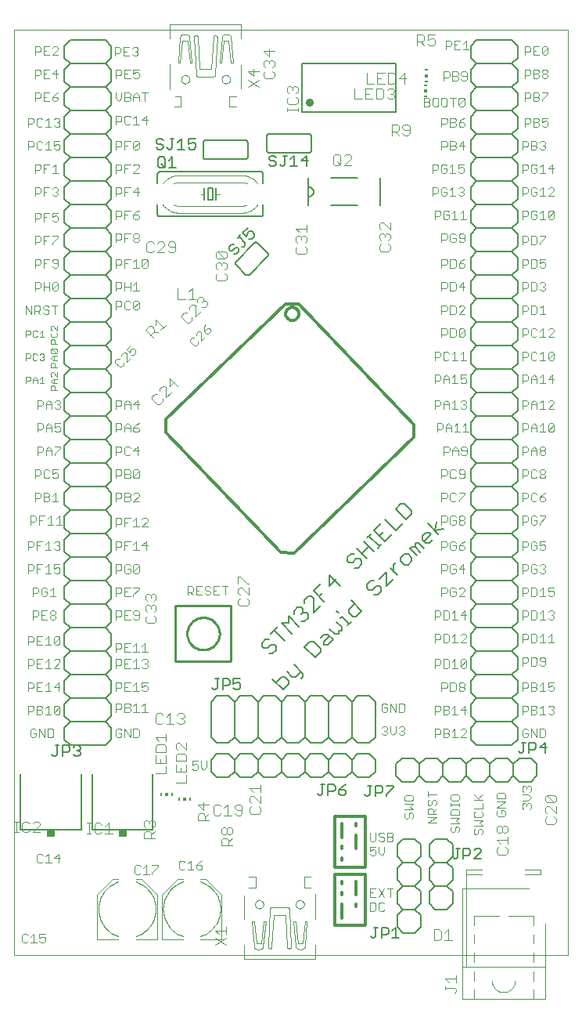
<source format=gto>
G75*
%MOIN*%
%OFA0B0*%
%FSLAX24Y24*%
%IPPOS*%
%LPD*%
%AMOC8*
5,1,8,0,0,1.08239X$1,22.5*
%
%ADD10C,0.0000*%
%ADD11C,0.0120*%
%ADD12C,0.0030*%
%ADD13C,0.0060*%
%ADD14C,0.0040*%
%ADD15C,0.0080*%
%ADD16R,0.0340X0.0300*%
%ADD17C,0.0050*%
%ADD18C,0.0039*%
%ADD19C,0.0020*%
%ADD20R,0.0059X0.0118*%
%ADD21R,0.0118X0.0118*%
%ADD22C,0.0100*%
%ADD23C,0.0348*%
%ADD24R,0.0118X0.0059*%
D10*
X000169Y001990D02*
X000169Y041360D01*
X023791Y041360D01*
X023791Y001990D01*
X000169Y001990D01*
X010445Y004155D02*
X010447Y004181D01*
X010453Y004207D01*
X010463Y004232D01*
X010476Y004255D01*
X010492Y004275D01*
X010512Y004293D01*
X010534Y004308D01*
X010557Y004320D01*
X010583Y004328D01*
X010609Y004332D01*
X010635Y004332D01*
X010661Y004328D01*
X010687Y004320D01*
X010711Y004308D01*
X010732Y004293D01*
X010752Y004275D01*
X010768Y004255D01*
X010781Y004232D01*
X010791Y004207D01*
X010797Y004181D01*
X010799Y004155D01*
X010797Y004129D01*
X010791Y004103D01*
X010781Y004078D01*
X010768Y004055D01*
X010752Y004035D01*
X010732Y004017D01*
X010710Y004002D01*
X010687Y003990D01*
X010661Y003982D01*
X010635Y003978D01*
X010609Y003978D01*
X010583Y003982D01*
X010557Y003990D01*
X010533Y004002D01*
X010512Y004017D01*
X010492Y004035D01*
X010476Y004055D01*
X010463Y004078D01*
X010453Y004103D01*
X010447Y004129D01*
X010445Y004155D01*
X012177Y004155D02*
X012179Y004181D01*
X012185Y004207D01*
X012195Y004232D01*
X012208Y004255D01*
X012224Y004275D01*
X012244Y004293D01*
X012266Y004308D01*
X012289Y004320D01*
X012315Y004328D01*
X012341Y004332D01*
X012367Y004332D01*
X012393Y004328D01*
X012419Y004320D01*
X012443Y004308D01*
X012464Y004293D01*
X012484Y004275D01*
X012500Y004255D01*
X012513Y004232D01*
X012523Y004207D01*
X012529Y004181D01*
X012531Y004155D01*
X012529Y004129D01*
X012523Y004103D01*
X012513Y004078D01*
X012500Y004055D01*
X012484Y004035D01*
X012464Y004017D01*
X012442Y004002D01*
X012419Y003990D01*
X012393Y003982D01*
X012367Y003978D01*
X012341Y003978D01*
X012315Y003982D01*
X012289Y003990D01*
X012265Y004002D01*
X012244Y004017D01*
X012224Y004035D01*
X012208Y004055D01*
X012195Y004078D01*
X012185Y004103D01*
X012179Y004129D01*
X012177Y004155D01*
X009027Y039254D02*
X009029Y039280D01*
X009035Y039306D01*
X009045Y039331D01*
X009058Y039354D01*
X009074Y039374D01*
X009094Y039392D01*
X009116Y039407D01*
X009139Y039419D01*
X009165Y039427D01*
X009191Y039431D01*
X009217Y039431D01*
X009243Y039427D01*
X009269Y039419D01*
X009293Y039407D01*
X009314Y039392D01*
X009334Y039374D01*
X009350Y039354D01*
X009363Y039331D01*
X009373Y039306D01*
X009379Y039280D01*
X009381Y039254D01*
X009379Y039228D01*
X009373Y039202D01*
X009363Y039177D01*
X009350Y039154D01*
X009334Y039134D01*
X009314Y039116D01*
X009292Y039101D01*
X009269Y039089D01*
X009243Y039081D01*
X009217Y039077D01*
X009191Y039077D01*
X009165Y039081D01*
X009139Y039089D01*
X009115Y039101D01*
X009094Y039116D01*
X009074Y039134D01*
X009058Y039154D01*
X009045Y039177D01*
X009035Y039202D01*
X009029Y039228D01*
X009027Y039254D01*
X007295Y039254D02*
X007297Y039280D01*
X007303Y039306D01*
X007313Y039331D01*
X007326Y039354D01*
X007342Y039374D01*
X007362Y039392D01*
X007384Y039407D01*
X007407Y039419D01*
X007433Y039427D01*
X007459Y039431D01*
X007485Y039431D01*
X007511Y039427D01*
X007537Y039419D01*
X007561Y039407D01*
X007582Y039392D01*
X007602Y039374D01*
X007618Y039354D01*
X007631Y039331D01*
X007641Y039306D01*
X007647Y039280D01*
X007649Y039254D01*
X007647Y039228D01*
X007641Y039202D01*
X007631Y039177D01*
X007618Y039154D01*
X007602Y039134D01*
X007582Y039116D01*
X007560Y039101D01*
X007537Y039089D01*
X007511Y039081D01*
X007485Y039077D01*
X007459Y039077D01*
X007433Y039081D01*
X007407Y039089D01*
X007383Y039101D01*
X007362Y039116D01*
X007342Y039134D01*
X007326Y039154D01*
X007313Y039177D01*
X007303Y039202D01*
X007297Y039228D01*
X007295Y039254D01*
D11*
X011761Y029697D02*
X012318Y029686D01*
X017223Y024571D01*
X017211Y024014D01*
X012096Y019109D01*
X011540Y019121D01*
X006635Y024236D01*
X006646Y024792D01*
X011761Y029697D01*
X011753Y029274D02*
X011755Y029307D01*
X011761Y029339D01*
X011770Y029371D01*
X011784Y029401D01*
X011800Y029429D01*
X011820Y029455D01*
X011843Y029479D01*
X011869Y029500D01*
X011897Y029517D01*
X011927Y029532D01*
X011958Y029542D01*
X011990Y029549D01*
X012023Y029552D01*
X012056Y029551D01*
X012088Y029546D01*
X012120Y029537D01*
X012151Y029525D01*
X012179Y029509D01*
X012206Y029490D01*
X012230Y029468D01*
X012252Y029443D01*
X012270Y029415D01*
X012285Y029386D01*
X012297Y029355D01*
X012305Y029323D01*
X012309Y029290D01*
X012309Y029258D01*
X012305Y029225D01*
X012297Y029193D01*
X012285Y029162D01*
X012270Y029133D01*
X012252Y029105D01*
X012230Y029080D01*
X012206Y029058D01*
X012179Y029039D01*
X012151Y029023D01*
X012120Y029011D01*
X012088Y029002D01*
X012056Y028997D01*
X012023Y028996D01*
X011990Y028999D01*
X011958Y029006D01*
X011927Y029016D01*
X011897Y029031D01*
X011869Y029048D01*
X011843Y029069D01*
X011820Y029093D01*
X011800Y029119D01*
X011784Y029147D01*
X011770Y029177D01*
X011761Y029209D01*
X011755Y029241D01*
X011753Y029274D01*
X013850Y007895D02*
X013850Y005730D01*
X015130Y005730D01*
X015130Y007895D01*
X013850Y007895D01*
X014145Y007600D02*
X014145Y007009D01*
X014145Y006616D02*
X014145Y006517D01*
X014145Y006124D02*
X014145Y006025D01*
X013850Y005435D02*
X013850Y003269D01*
X015130Y003269D01*
X015130Y005435D01*
X013850Y005435D01*
X014145Y005139D02*
X014145Y005041D01*
X014145Y004647D02*
X014145Y004549D01*
X014145Y004155D02*
X014145Y003565D01*
X014736Y004057D02*
X014736Y004155D01*
X014736Y004549D02*
X014736Y005139D01*
X014736Y006517D02*
X014736Y007108D01*
X014736Y007502D02*
X014736Y007600D01*
D12*
X015341Y007207D02*
X015341Y006899D01*
X015403Y006837D01*
X015527Y006837D01*
X015588Y006899D01*
X015588Y007207D01*
X015710Y007146D02*
X015710Y007084D01*
X015771Y007022D01*
X015895Y007022D01*
X015957Y006960D01*
X015957Y006899D01*
X015895Y006837D01*
X015771Y006837D01*
X015710Y006899D01*
X015710Y007146D02*
X015771Y007207D01*
X015895Y007207D01*
X015957Y007146D01*
X016078Y007207D02*
X016078Y006837D01*
X016263Y006837D01*
X016325Y006899D01*
X016325Y006960D01*
X016263Y007022D01*
X016078Y007022D01*
X016263Y007022D02*
X016325Y007084D01*
X016325Y007146D01*
X016263Y007207D01*
X016078Y007207D01*
X015957Y006607D02*
X015957Y006360D01*
X015833Y006237D01*
X015710Y006360D01*
X015710Y006607D01*
X015588Y006607D02*
X015341Y006607D01*
X015341Y006422D01*
X015465Y006484D01*
X015527Y006484D01*
X015588Y006422D01*
X015588Y006299D01*
X015527Y006237D01*
X015403Y006237D01*
X015341Y006299D01*
X015341Y004845D02*
X015341Y004475D01*
X015588Y004475D01*
X015710Y004475D02*
X015957Y004845D01*
X016078Y004845D02*
X016325Y004845D01*
X016201Y004845D02*
X016201Y004475D01*
X015957Y004475D02*
X015710Y004845D01*
X015588Y004845D02*
X015341Y004845D01*
X015341Y004660D02*
X015465Y004660D01*
X015527Y004245D02*
X015341Y004245D01*
X015341Y003875D01*
X015527Y003875D01*
X015588Y003937D01*
X015588Y004183D01*
X015527Y004245D01*
X015710Y004183D02*
X015710Y003937D01*
X015771Y003875D01*
X015895Y003875D01*
X015957Y003937D01*
X015957Y004183D02*
X015895Y004245D01*
X015771Y004245D01*
X015710Y004183D01*
X016873Y007812D02*
X016935Y007812D01*
X016996Y007874D01*
X016996Y007997D01*
X017058Y008059D01*
X017120Y008059D01*
X017181Y007997D01*
X017181Y007874D01*
X017120Y007812D01*
X016873Y007812D02*
X016811Y007874D01*
X016811Y007997D01*
X016873Y008059D01*
X016811Y008180D02*
X017181Y008180D01*
X017058Y008304D01*
X017181Y008427D01*
X016811Y008427D01*
X016873Y008548D02*
X017120Y008548D01*
X017181Y008610D01*
X017181Y008734D01*
X017120Y008795D01*
X016873Y008795D01*
X016811Y008734D01*
X016811Y008610D01*
X016873Y008548D01*
X017795Y008537D02*
X017795Y008413D01*
X017857Y008352D01*
X017919Y008352D01*
X017981Y008413D01*
X017981Y008537D01*
X018042Y008599D01*
X018104Y008599D01*
X018166Y008537D01*
X018166Y008413D01*
X018104Y008352D01*
X018166Y008230D02*
X018042Y008107D01*
X018042Y008168D02*
X018042Y007983D01*
X018166Y007983D02*
X017795Y007983D01*
X017795Y008168D01*
X017857Y008230D01*
X017981Y008230D01*
X018042Y008168D01*
X018166Y007862D02*
X017795Y007862D01*
X017795Y007615D02*
X018166Y007862D01*
X018166Y007615D02*
X017795Y007615D01*
X017795Y008537D02*
X017857Y008599D01*
X017795Y008720D02*
X017795Y008967D01*
X017795Y008843D02*
X018166Y008843D01*
X018780Y008757D02*
X018841Y008819D01*
X019088Y008819D01*
X019150Y008757D01*
X019150Y008634D01*
X019088Y008572D01*
X018841Y008572D01*
X018780Y008634D01*
X018780Y008757D01*
X018780Y008450D02*
X018780Y008326D01*
X018780Y008388D02*
X019150Y008388D01*
X019150Y008326D02*
X019150Y008450D01*
X019088Y008205D02*
X018841Y008205D01*
X018780Y008143D01*
X018780Y007958D01*
X019150Y007958D01*
X019150Y008143D01*
X019088Y008205D01*
X019150Y007836D02*
X018780Y007836D01*
X018780Y007590D02*
X019150Y007590D01*
X019027Y007713D01*
X019150Y007836D01*
X019088Y007468D02*
X019150Y007406D01*
X019150Y007283D01*
X019088Y007221D01*
X018965Y007283D02*
X018965Y007406D01*
X019027Y007468D01*
X019088Y007468D01*
X018965Y007283D02*
X018903Y007221D01*
X018841Y007221D01*
X018780Y007283D01*
X018780Y007406D01*
X018841Y007468D01*
X019764Y007491D02*
X020134Y007491D01*
X020011Y007615D01*
X020134Y007738D01*
X019764Y007738D01*
X019826Y007860D02*
X020072Y007860D01*
X020134Y007921D01*
X020134Y008045D01*
X020072Y008106D01*
X020134Y008228D02*
X020134Y008475D01*
X020134Y008596D02*
X019764Y008596D01*
X019949Y008658D02*
X020134Y008843D01*
X020011Y008596D02*
X019764Y008843D01*
X019764Y008228D02*
X020134Y008228D01*
X019826Y008106D02*
X019764Y008045D01*
X019764Y007921D01*
X019826Y007860D01*
X019826Y007370D02*
X019764Y007308D01*
X019764Y007185D01*
X019826Y007123D01*
X019887Y007123D01*
X019949Y007185D01*
X019949Y007308D01*
X020011Y007370D01*
X020072Y007370D01*
X020134Y007308D01*
X020134Y007185D01*
X020072Y007123D01*
X020810Y007910D02*
X021057Y007910D01*
X021118Y007972D01*
X021118Y008095D01*
X021057Y008157D01*
X020933Y008157D01*
X020933Y008034D01*
X020810Y008157D02*
X020748Y008095D01*
X020748Y007972D01*
X020810Y007910D01*
X020748Y008279D02*
X021118Y008525D01*
X020748Y008525D01*
X020748Y008647D02*
X020748Y008832D01*
X020810Y008894D01*
X021057Y008894D01*
X021118Y008832D01*
X021118Y008647D01*
X020748Y008647D01*
X020748Y008279D02*
X021118Y008279D01*
X021831Y008267D02*
X021831Y008391D01*
X021893Y008452D01*
X021954Y008452D01*
X022016Y008391D01*
X022078Y008452D01*
X022139Y008452D01*
X022201Y008391D01*
X022201Y008267D01*
X022139Y008206D01*
X022016Y008329D02*
X022016Y008391D01*
X022078Y008574D02*
X021831Y008574D01*
X022078Y008574D02*
X022201Y008697D01*
X022078Y008821D01*
X021831Y008821D01*
X021893Y008942D02*
X021831Y009004D01*
X021831Y009127D01*
X021893Y009189D01*
X021954Y009189D01*
X022016Y009127D01*
X022078Y009189D01*
X022139Y009189D01*
X022201Y009127D01*
X022201Y009004D01*
X022139Y008942D01*
X022016Y009066D02*
X022016Y009127D01*
X021831Y008267D02*
X021893Y008206D01*
X021899Y011257D02*
X022023Y011257D01*
X022084Y011318D01*
X022084Y011442D01*
X021961Y011442D01*
X022084Y011565D02*
X022023Y011627D01*
X021899Y011627D01*
X021837Y011565D01*
X021837Y011318D01*
X021899Y011257D01*
X022206Y011257D02*
X022206Y011627D01*
X022453Y011257D01*
X022453Y011627D01*
X022574Y011627D02*
X022574Y011257D01*
X022759Y011257D01*
X022821Y011318D01*
X022821Y011565D01*
X022759Y011627D01*
X022574Y011627D01*
X022574Y012241D02*
X022821Y012241D01*
X022698Y012241D02*
X022698Y012611D01*
X022574Y012488D01*
X022453Y012488D02*
X022453Y012550D01*
X022391Y012611D01*
X022206Y012611D01*
X022206Y012241D01*
X022391Y012241D01*
X022453Y012303D01*
X022453Y012364D01*
X022391Y012426D01*
X022206Y012426D01*
X022084Y012426D02*
X022023Y012364D01*
X021837Y012364D01*
X021837Y012241D02*
X021837Y012611D01*
X022023Y012611D01*
X022084Y012550D01*
X022084Y012426D01*
X022391Y012426D02*
X022453Y012488D01*
X022942Y012550D02*
X023004Y012611D01*
X023128Y012611D01*
X023189Y012550D01*
X023189Y012488D01*
X023128Y012426D01*
X023189Y012364D01*
X023189Y012303D01*
X023128Y012241D01*
X023004Y012241D01*
X022942Y012303D01*
X023066Y012426D02*
X023128Y012426D01*
X023128Y013225D02*
X023004Y013225D01*
X022942Y013287D01*
X022942Y013410D02*
X023066Y013472D01*
X023128Y013472D01*
X023189Y013410D01*
X023189Y013287D01*
X023128Y013225D01*
X022942Y013410D02*
X022942Y013596D01*
X023189Y013596D01*
X022821Y013225D02*
X022574Y013225D01*
X022698Y013225D02*
X022698Y013596D01*
X022574Y013472D01*
X022453Y013472D02*
X022391Y013410D01*
X022206Y013410D01*
X022084Y013410D02*
X022023Y013349D01*
X021837Y013349D01*
X021837Y013225D02*
X021837Y013596D01*
X022023Y013596D01*
X022084Y013534D01*
X022084Y013410D01*
X022206Y013225D02*
X022206Y013596D01*
X022391Y013596D01*
X022453Y013534D01*
X022453Y013472D01*
X022391Y013410D02*
X022453Y013349D01*
X022453Y013287D01*
X022391Y013225D01*
X022206Y013225D01*
X022206Y014308D02*
X022391Y014308D01*
X022453Y014370D01*
X022453Y014617D01*
X022391Y014678D01*
X022206Y014678D01*
X022206Y014308D01*
X022023Y014431D02*
X022084Y014493D01*
X022084Y014617D01*
X022023Y014678D01*
X021837Y014678D01*
X021837Y014308D01*
X021837Y014431D02*
X022023Y014431D01*
X022206Y015292D02*
X022391Y015292D01*
X022453Y015354D01*
X022453Y015601D01*
X022391Y015662D01*
X022206Y015662D01*
X022206Y015292D01*
X022084Y015477D02*
X022023Y015416D01*
X021837Y015416D01*
X021837Y015292D02*
X021837Y015662D01*
X022023Y015662D01*
X022084Y015601D01*
X022084Y015477D01*
X022574Y015539D02*
X022698Y015662D01*
X022698Y015292D01*
X022821Y015292D02*
X022574Y015292D01*
X022942Y015292D02*
X023189Y015292D01*
X023066Y015292D02*
X023066Y015662D01*
X022942Y015539D01*
X023004Y016276D02*
X022942Y016338D01*
X023004Y016276D02*
X023128Y016276D01*
X023189Y016338D01*
X023189Y016400D01*
X023128Y016462D01*
X023066Y016462D01*
X023128Y016462D02*
X023189Y016523D01*
X023189Y016585D01*
X023128Y016647D01*
X023004Y016647D01*
X022942Y016585D01*
X022698Y016647D02*
X022698Y016276D01*
X022821Y016276D02*
X022574Y016276D01*
X022453Y016338D02*
X022453Y016585D01*
X022391Y016647D01*
X022206Y016647D01*
X022206Y016276D01*
X022391Y016276D01*
X022453Y016338D01*
X022574Y016523D02*
X022698Y016647D01*
X022698Y017261D02*
X022698Y017631D01*
X022574Y017508D01*
X022453Y017569D02*
X022391Y017631D01*
X022206Y017631D01*
X022206Y017261D01*
X022391Y017261D01*
X022453Y017322D01*
X022453Y017569D01*
X022574Y017261D02*
X022821Y017261D01*
X022942Y017322D02*
X023004Y017261D01*
X023128Y017261D01*
X023189Y017322D01*
X023189Y017446D01*
X023128Y017508D01*
X023066Y017508D01*
X022942Y017446D01*
X022942Y017631D01*
X023189Y017631D01*
X022759Y018245D02*
X022821Y018307D01*
X022821Y018368D01*
X022759Y018430D01*
X022698Y018430D01*
X022759Y018430D02*
X022821Y018492D01*
X022821Y018554D01*
X022759Y018615D01*
X022636Y018615D01*
X022574Y018554D01*
X022453Y018554D02*
X022391Y018615D01*
X022267Y018615D01*
X022206Y018554D01*
X022206Y018307D01*
X022267Y018245D01*
X022391Y018245D01*
X022453Y018307D01*
X022453Y018430D01*
X022329Y018430D01*
X022084Y018430D02*
X022023Y018368D01*
X021837Y018368D01*
X021837Y018245D02*
X021837Y018615D01*
X022023Y018615D01*
X022084Y018554D01*
X022084Y018430D01*
X022574Y018307D02*
X022636Y018245D01*
X022759Y018245D01*
X022084Y017569D02*
X022084Y017446D01*
X022023Y017384D01*
X021837Y017384D01*
X021837Y017261D02*
X021837Y017631D01*
X022023Y017631D01*
X022084Y017569D01*
X022023Y016647D02*
X022084Y016585D01*
X022084Y016462D01*
X022023Y016400D01*
X021837Y016400D01*
X021837Y016276D02*
X021837Y016647D01*
X022023Y016647D01*
X022636Y014678D02*
X022574Y014617D01*
X022574Y014555D01*
X022636Y014493D01*
X022821Y014493D01*
X022821Y014370D02*
X022821Y014617D01*
X022759Y014678D01*
X022636Y014678D01*
X022574Y014370D02*
X022636Y014308D01*
X022759Y014308D01*
X022821Y014370D01*
X022759Y019229D02*
X022636Y019229D01*
X022574Y019291D01*
X022453Y019291D02*
X022453Y019414D01*
X022329Y019414D01*
X022206Y019291D02*
X022267Y019229D01*
X022391Y019229D01*
X022453Y019291D01*
X022574Y019414D02*
X022698Y019476D01*
X022759Y019476D01*
X022821Y019414D01*
X022821Y019291D01*
X022759Y019229D01*
X022574Y019414D02*
X022574Y019599D01*
X022821Y019599D01*
X022453Y019538D02*
X022391Y019599D01*
X022267Y019599D01*
X022206Y019538D01*
X022206Y019291D01*
X022084Y019414D02*
X022023Y019353D01*
X021837Y019353D01*
X021837Y019229D02*
X021837Y019599D01*
X022023Y019599D01*
X022084Y019538D01*
X022084Y019414D01*
X022267Y020312D02*
X022391Y020312D01*
X022453Y020374D01*
X022453Y020497D01*
X022329Y020497D01*
X022206Y020374D02*
X022267Y020312D01*
X022206Y020374D02*
X022206Y020620D01*
X022267Y020682D01*
X022391Y020682D01*
X022453Y020620D01*
X022574Y020682D02*
X022821Y020682D01*
X022821Y020620D01*
X022574Y020374D01*
X022574Y020312D01*
X022084Y020497D02*
X022023Y020435D01*
X021837Y020435D01*
X021837Y020312D02*
X021837Y020682D01*
X022023Y020682D01*
X022084Y020620D01*
X022084Y020497D01*
X022267Y021296D02*
X022391Y021296D01*
X022453Y021358D01*
X022574Y021358D02*
X022636Y021296D01*
X022759Y021296D01*
X022821Y021358D01*
X022821Y021420D01*
X022759Y021481D01*
X022574Y021481D01*
X022574Y021358D01*
X022574Y021481D02*
X022698Y021605D01*
X022821Y021666D01*
X022453Y021605D02*
X022391Y021666D01*
X022267Y021666D01*
X022206Y021605D01*
X022206Y021358D01*
X022267Y021296D01*
X022084Y021481D02*
X022023Y021420D01*
X021837Y021420D01*
X021837Y021296D02*
X021837Y021666D01*
X022023Y021666D01*
X022084Y021605D01*
X022084Y021481D01*
X022267Y022280D02*
X022391Y022280D01*
X022453Y022342D01*
X022574Y022342D02*
X022574Y022404D01*
X022636Y022466D01*
X022759Y022466D01*
X022821Y022404D01*
X022821Y022342D01*
X022759Y022280D01*
X022636Y022280D01*
X022574Y022342D01*
X022636Y022466D02*
X022574Y022527D01*
X022574Y022589D01*
X022636Y022651D01*
X022759Y022651D01*
X022821Y022589D01*
X022821Y022527D01*
X022759Y022466D01*
X022453Y022589D02*
X022391Y022651D01*
X022267Y022651D01*
X022206Y022589D01*
X022206Y022342D01*
X022267Y022280D01*
X022084Y022466D02*
X022023Y022404D01*
X021837Y022404D01*
X021837Y022280D02*
X021837Y022651D01*
X022023Y022651D01*
X022084Y022589D01*
X022084Y022466D01*
X022206Y023265D02*
X022206Y023511D01*
X022329Y023635D01*
X022453Y023511D01*
X022453Y023265D01*
X022574Y023326D02*
X022574Y023388D01*
X022636Y023450D01*
X022759Y023450D01*
X022821Y023388D01*
X022821Y023326D01*
X022759Y023265D01*
X022636Y023265D01*
X022574Y023326D01*
X022636Y023450D02*
X022574Y023511D01*
X022574Y023573D01*
X022636Y023635D01*
X022759Y023635D01*
X022821Y023573D01*
X022821Y023511D01*
X022759Y023450D01*
X022453Y023450D02*
X022206Y023450D01*
X022084Y023450D02*
X022023Y023388D01*
X021837Y023388D01*
X021837Y023265D02*
X021837Y023635D01*
X022023Y023635D01*
X022084Y023573D01*
X022084Y023450D01*
X022206Y024249D02*
X022206Y024496D01*
X022329Y024619D01*
X022453Y024496D01*
X022453Y024249D01*
X022574Y024249D02*
X022821Y024249D01*
X022698Y024249D02*
X022698Y024619D01*
X022574Y024496D01*
X022453Y024434D02*
X022206Y024434D01*
X022084Y024434D02*
X022023Y024372D01*
X021837Y024372D01*
X021837Y024249D02*
X021837Y024619D01*
X022023Y024619D01*
X022084Y024557D01*
X022084Y024434D01*
X022206Y025233D02*
X022206Y025480D01*
X022329Y025603D01*
X022453Y025480D01*
X022453Y025233D01*
X022574Y025233D02*
X022821Y025233D01*
X022942Y025233D02*
X023189Y025480D01*
X023189Y025542D01*
X023128Y025603D01*
X023004Y025603D01*
X022942Y025542D01*
X022698Y025603D02*
X022698Y025233D01*
X022942Y025233D02*
X023189Y025233D01*
X023128Y024619D02*
X023189Y024557D01*
X022942Y024311D01*
X023004Y024249D01*
X023128Y024249D01*
X023189Y024311D01*
X023189Y024557D01*
X023128Y024619D02*
X023004Y024619D01*
X022942Y024557D01*
X022942Y024311D01*
X022453Y025418D02*
X022206Y025418D01*
X022084Y025418D02*
X022023Y025357D01*
X021837Y025357D01*
X021837Y025233D02*
X021837Y025603D01*
X022023Y025603D01*
X022084Y025542D01*
X022084Y025418D01*
X022574Y025480D02*
X022698Y025603D01*
X022698Y026316D02*
X022698Y026686D01*
X022574Y026563D01*
X022453Y026563D02*
X022453Y026316D01*
X022574Y026316D02*
X022821Y026316D01*
X022942Y026501D02*
X023189Y026501D01*
X023128Y026686D02*
X022942Y026501D01*
X023128Y026316D02*
X023128Y026686D01*
X023128Y027300D02*
X023004Y027300D01*
X022942Y027362D01*
X023189Y027609D01*
X023189Y027362D01*
X023128Y027300D01*
X022942Y027362D02*
X022942Y027609D01*
X023004Y027670D01*
X023128Y027670D01*
X023189Y027609D01*
X022821Y027300D02*
X022574Y027300D01*
X022698Y027300D02*
X022698Y027670D01*
X022574Y027547D01*
X022453Y027609D02*
X022391Y027670D01*
X022267Y027670D01*
X022206Y027609D01*
X022206Y027362D01*
X022267Y027300D01*
X022391Y027300D01*
X022453Y027362D01*
X022084Y027485D02*
X022084Y027609D01*
X022023Y027670D01*
X021837Y027670D01*
X021837Y027300D01*
X021837Y027423D02*
X022023Y027423D01*
X022084Y027485D01*
X022023Y026686D02*
X022084Y026624D01*
X022084Y026501D01*
X022023Y026439D01*
X021837Y026439D01*
X021837Y026316D02*
X021837Y026686D01*
X022023Y026686D01*
X022206Y026563D02*
X022329Y026686D01*
X022453Y026563D01*
X022453Y026501D02*
X022206Y026501D01*
X022206Y026563D02*
X022206Y026316D01*
X022267Y028284D02*
X022391Y028284D01*
X022453Y028346D01*
X022574Y028284D02*
X022821Y028284D01*
X022942Y028284D02*
X023189Y028531D01*
X023189Y028593D01*
X023128Y028655D01*
X023004Y028655D01*
X022942Y028593D01*
X022698Y028655D02*
X022698Y028284D01*
X022942Y028284D02*
X023189Y028284D01*
X022698Y028655D02*
X022574Y028531D01*
X022453Y028593D02*
X022391Y028655D01*
X022267Y028655D01*
X022206Y028593D01*
X022206Y028346D01*
X022267Y028284D01*
X022084Y028469D02*
X022023Y028408D01*
X021837Y028408D01*
X021837Y028284D02*
X021837Y028655D01*
X022023Y028655D01*
X022084Y028593D01*
X022084Y028469D01*
X022206Y029269D02*
X022391Y029269D01*
X022453Y029330D01*
X022453Y029577D01*
X022391Y029639D01*
X022206Y029639D01*
X022206Y029269D01*
X022023Y029392D02*
X022084Y029454D01*
X022084Y029577D01*
X022023Y029639D01*
X021837Y029639D01*
X021837Y029269D01*
X021837Y029392D02*
X022023Y029392D01*
X022206Y030253D02*
X022391Y030253D01*
X022453Y030315D01*
X022453Y030561D01*
X022391Y030623D01*
X022206Y030623D01*
X022206Y030253D01*
X022023Y030376D02*
X022084Y030438D01*
X022084Y030561D01*
X022023Y030623D01*
X021837Y030623D01*
X021837Y030253D01*
X021837Y030376D02*
X022023Y030376D01*
X022206Y031237D02*
X022391Y031237D01*
X022453Y031299D01*
X022453Y031546D01*
X022391Y031607D01*
X022206Y031607D01*
X022206Y031237D01*
X022023Y031360D02*
X021837Y031360D01*
X021837Y031237D02*
X021837Y031607D01*
X022023Y031607D01*
X022084Y031546D01*
X022084Y031422D01*
X022023Y031360D01*
X022206Y032221D02*
X022391Y032221D01*
X022453Y032283D01*
X022453Y032530D01*
X022391Y032592D01*
X022206Y032592D01*
X022206Y032221D01*
X022084Y032406D02*
X022023Y032345D01*
X021837Y032345D01*
X021837Y032221D02*
X021837Y032592D01*
X022023Y032592D01*
X022084Y032530D01*
X022084Y032406D01*
X022574Y032283D02*
X022574Y032221D01*
X022574Y032283D02*
X022821Y032530D01*
X022821Y032592D01*
X022574Y032592D01*
X022574Y033304D02*
X022821Y033304D01*
X022698Y033304D02*
X022698Y033674D01*
X022574Y033551D01*
X022453Y033613D02*
X022391Y033674D01*
X022267Y033674D01*
X022206Y033613D01*
X022206Y033366D01*
X022267Y033304D01*
X022391Y033304D01*
X022453Y033366D01*
X022453Y033489D01*
X022329Y033489D01*
X022084Y033489D02*
X022023Y033427D01*
X021837Y033427D01*
X021837Y033304D02*
X021837Y033674D01*
X022023Y033674D01*
X022084Y033613D01*
X022084Y033489D01*
X022267Y034288D02*
X022391Y034288D01*
X022453Y034350D01*
X022453Y034473D01*
X022329Y034473D01*
X022206Y034350D02*
X022267Y034288D01*
X022206Y034350D02*
X022206Y034597D01*
X022267Y034659D01*
X022391Y034659D01*
X022453Y034597D01*
X022574Y034535D02*
X022698Y034659D01*
X022698Y034288D01*
X022821Y034288D02*
X022574Y034288D01*
X022942Y034288D02*
X023189Y034535D01*
X023189Y034597D01*
X023128Y034659D01*
X023004Y034659D01*
X022942Y034597D01*
X022942Y034288D02*
X023189Y034288D01*
X023128Y033674D02*
X023189Y033613D01*
X022942Y033366D01*
X023004Y033304D01*
X023128Y033304D01*
X023189Y033366D01*
X023189Y033613D01*
X023128Y033674D02*
X023004Y033674D01*
X022942Y033613D01*
X022942Y033366D01*
X022023Y034412D02*
X022084Y034473D01*
X022084Y034597D01*
X022023Y034659D01*
X021837Y034659D01*
X021837Y034288D01*
X021837Y034412D02*
X022023Y034412D01*
X021837Y035272D02*
X021837Y035643D01*
X022023Y035643D01*
X022084Y035581D01*
X022084Y035458D01*
X022023Y035396D01*
X021837Y035396D01*
X022206Y035334D02*
X022206Y035581D01*
X022267Y035643D01*
X022391Y035643D01*
X022453Y035581D01*
X022453Y035458D02*
X022329Y035458D01*
X022453Y035458D02*
X022453Y035334D01*
X022391Y035272D01*
X022267Y035272D01*
X022206Y035334D01*
X022574Y035272D02*
X022821Y035272D01*
X022698Y035272D02*
X022698Y035643D01*
X022574Y035519D01*
X022942Y035458D02*
X023189Y035458D01*
X023128Y035643D02*
X022942Y035458D01*
X023128Y035643D02*
X023128Y035272D01*
X022759Y036257D02*
X022636Y036257D01*
X022574Y036318D01*
X022453Y036318D02*
X022391Y036257D01*
X022206Y036257D01*
X022206Y036627D01*
X022391Y036627D01*
X022453Y036565D01*
X022453Y036504D01*
X022391Y036442D01*
X022206Y036442D01*
X022084Y036442D02*
X022023Y036380D01*
X021837Y036380D01*
X021837Y036257D02*
X021837Y036627D01*
X022023Y036627D01*
X022084Y036565D01*
X022084Y036442D01*
X022391Y036442D02*
X022453Y036380D01*
X022453Y036318D01*
X022698Y036442D02*
X022759Y036442D01*
X022821Y036380D01*
X022821Y036318D01*
X022759Y036257D01*
X022759Y036442D02*
X022821Y036504D01*
X022821Y036565D01*
X022759Y036627D01*
X022636Y036627D01*
X022574Y036565D01*
X022489Y037241D02*
X022304Y037241D01*
X022304Y037611D01*
X022489Y037611D01*
X022551Y037550D01*
X022551Y037488D01*
X022489Y037426D01*
X022304Y037426D01*
X022183Y037426D02*
X022183Y037550D01*
X022121Y037611D01*
X021936Y037611D01*
X021936Y037241D01*
X021936Y037364D02*
X022121Y037364D01*
X022183Y037426D01*
X022489Y037426D02*
X022551Y037364D01*
X022551Y037303D01*
X022489Y037241D01*
X022672Y037303D02*
X022734Y037241D01*
X022858Y037241D01*
X022919Y037303D01*
X022919Y037426D01*
X022858Y037488D01*
X022796Y037488D01*
X022672Y037426D01*
X022672Y037611D01*
X022919Y037611D01*
X022672Y038324D02*
X022672Y038385D01*
X022919Y038632D01*
X022919Y038694D01*
X022672Y038694D01*
X022551Y038632D02*
X022551Y038571D01*
X022489Y038509D01*
X022304Y038509D01*
X022183Y038509D02*
X022121Y038447D01*
X021936Y038447D01*
X021936Y038324D02*
X021936Y038694D01*
X022121Y038694D01*
X022183Y038632D01*
X022183Y038509D01*
X022304Y038324D02*
X022304Y038694D01*
X022489Y038694D01*
X022551Y038632D01*
X022489Y038509D02*
X022551Y038447D01*
X022551Y038385D01*
X022489Y038324D01*
X022304Y038324D01*
X022304Y039308D02*
X022489Y039308D01*
X022551Y039370D01*
X022551Y039431D01*
X022489Y039493D01*
X022304Y039493D01*
X022183Y039493D02*
X022121Y039431D01*
X021936Y039431D01*
X021936Y039308D02*
X021936Y039678D01*
X022121Y039678D01*
X022183Y039617D01*
X022183Y039493D01*
X022304Y039308D02*
X022304Y039678D01*
X022489Y039678D01*
X022551Y039617D01*
X022551Y039555D01*
X022489Y039493D01*
X022672Y039431D02*
X022734Y039493D01*
X022858Y039493D01*
X022919Y039431D01*
X022919Y039370D01*
X022858Y039308D01*
X022734Y039308D01*
X022672Y039370D01*
X022672Y039431D01*
X022734Y039493D02*
X022672Y039555D01*
X022672Y039617D01*
X022734Y039678D01*
X022858Y039678D01*
X022919Y039617D01*
X022919Y039555D01*
X022858Y039493D01*
X022858Y040292D02*
X022734Y040292D01*
X022672Y040354D01*
X022919Y040601D01*
X022919Y040354D01*
X022858Y040292D01*
X022672Y040354D02*
X022672Y040601D01*
X022734Y040662D01*
X022858Y040662D01*
X022919Y040601D01*
X022551Y040662D02*
X022304Y040662D01*
X022304Y040292D01*
X022551Y040292D01*
X022428Y040477D02*
X022304Y040477D01*
X022183Y040477D02*
X022121Y040416D01*
X021936Y040416D01*
X021936Y040292D02*
X021936Y040662D01*
X022121Y040662D01*
X022183Y040601D01*
X022183Y040477D01*
X019553Y040528D02*
X019306Y040528D01*
X019185Y040528D02*
X018938Y040528D01*
X018938Y040899D01*
X019185Y040899D01*
X019306Y040775D02*
X019430Y040899D01*
X019430Y040528D01*
X019061Y040714D02*
X018938Y040714D01*
X018817Y040714D02*
X018755Y040652D01*
X018570Y040652D01*
X018570Y040528D02*
X018570Y040899D01*
X018755Y040899D01*
X018817Y040837D01*
X018817Y040714D01*
X018859Y039580D02*
X019044Y039580D01*
X019106Y039518D01*
X019106Y039456D01*
X019044Y039395D01*
X018859Y039395D01*
X018738Y039395D02*
X018676Y039333D01*
X018491Y039333D01*
X018491Y039209D02*
X018491Y039580D01*
X018676Y039580D01*
X018738Y039518D01*
X018738Y039395D01*
X018859Y039209D02*
X018859Y039580D01*
X019044Y039395D02*
X019106Y039333D01*
X019106Y039271D01*
X019044Y039209D01*
X018859Y039209D01*
X019228Y039271D02*
X019289Y039209D01*
X019413Y039209D01*
X019474Y039271D01*
X019474Y039518D01*
X019413Y039580D01*
X019289Y039580D01*
X019228Y039518D01*
X019228Y039456D01*
X019289Y039395D01*
X019474Y039395D01*
X019303Y038477D02*
X019365Y038416D01*
X019118Y038169D01*
X019180Y038107D01*
X019303Y038107D01*
X019365Y038169D01*
X019365Y038416D01*
X019303Y038477D02*
X019180Y038477D01*
X019118Y038416D01*
X019118Y038169D01*
X018873Y038107D02*
X018873Y038477D01*
X018996Y038477D02*
X018749Y038477D01*
X018628Y038416D02*
X018628Y038169D01*
X018566Y038107D01*
X018443Y038107D01*
X018381Y038169D01*
X018381Y038416D01*
X018443Y038477D01*
X018566Y038477D01*
X018628Y038416D01*
X018260Y038416D02*
X018260Y038169D01*
X018198Y038107D01*
X018075Y038107D01*
X018013Y038169D01*
X018013Y038416D01*
X018075Y038477D01*
X018198Y038477D01*
X018260Y038416D01*
X017891Y038416D02*
X017891Y038354D01*
X017830Y038292D01*
X017645Y038292D01*
X017830Y038292D02*
X017891Y038231D01*
X017891Y038169D01*
X017830Y038107D01*
X017645Y038107D01*
X017645Y038477D01*
X017830Y038477D01*
X017891Y038416D01*
X018393Y037611D02*
X018578Y037611D01*
X018639Y037550D01*
X018639Y037426D01*
X018578Y037364D01*
X018393Y037364D01*
X018393Y037241D02*
X018393Y037611D01*
X018761Y037611D02*
X018761Y037241D01*
X018946Y037241D01*
X019008Y037303D01*
X019008Y037364D01*
X018946Y037426D01*
X018761Y037426D01*
X018946Y037426D02*
X019008Y037488D01*
X019008Y037550D01*
X018946Y037611D01*
X018761Y037611D01*
X019129Y037426D02*
X019314Y037426D01*
X019376Y037364D01*
X019376Y037303D01*
X019314Y037241D01*
X019191Y037241D01*
X019129Y037303D01*
X019129Y037426D01*
X019253Y037550D01*
X019376Y037611D01*
X019314Y036627D02*
X019129Y036442D01*
X019376Y036442D01*
X019314Y036257D02*
X019314Y036627D01*
X019008Y036565D02*
X019008Y036504D01*
X018946Y036442D01*
X018761Y036442D01*
X018639Y036442D02*
X018578Y036380D01*
X018393Y036380D01*
X018393Y036257D02*
X018393Y036627D01*
X018578Y036627D01*
X018639Y036565D01*
X018639Y036442D01*
X018761Y036257D02*
X018761Y036627D01*
X018946Y036627D01*
X019008Y036565D01*
X018946Y036442D02*
X019008Y036380D01*
X019008Y036318D01*
X018946Y036257D01*
X018761Y036257D01*
X018859Y035643D02*
X018859Y035272D01*
X018982Y035272D02*
X018735Y035272D01*
X018614Y035334D02*
X018614Y035458D01*
X018491Y035458D01*
X018614Y035581D02*
X018552Y035643D01*
X018429Y035643D01*
X018367Y035581D01*
X018367Y035334D01*
X018429Y035272D01*
X018552Y035272D01*
X018614Y035334D01*
X018735Y035519D02*
X018859Y035643D01*
X019104Y035643D02*
X019104Y035458D01*
X019227Y035519D01*
X019289Y035519D01*
X019351Y035458D01*
X019351Y035334D01*
X019289Y035272D01*
X019166Y035272D01*
X019104Y035334D01*
X019104Y035643D02*
X019351Y035643D01*
X019289Y034659D02*
X019166Y034659D01*
X019104Y034597D01*
X019227Y034473D02*
X019289Y034473D01*
X019351Y034412D01*
X019351Y034350D01*
X019289Y034288D01*
X019166Y034288D01*
X019104Y034350D01*
X018982Y034288D02*
X018735Y034288D01*
X018859Y034288D02*
X018859Y034659D01*
X018735Y034535D01*
X018614Y034473D02*
X018491Y034473D01*
X018614Y034473D02*
X018614Y034350D01*
X018552Y034288D01*
X018429Y034288D01*
X018367Y034350D01*
X018367Y034597D01*
X018429Y034659D01*
X018552Y034659D01*
X018614Y034597D01*
X018246Y034597D02*
X018246Y034473D01*
X018184Y034412D01*
X017999Y034412D01*
X017999Y034288D02*
X017999Y034659D01*
X018184Y034659D01*
X018246Y034597D01*
X017999Y035272D02*
X017999Y035643D01*
X018184Y035643D01*
X018246Y035581D01*
X018246Y035458D01*
X018184Y035396D01*
X017999Y035396D01*
X018097Y033674D02*
X018282Y033674D01*
X018344Y033613D01*
X018344Y033489D01*
X018282Y033427D01*
X018097Y033427D01*
X018097Y033304D02*
X018097Y033674D01*
X018466Y033613D02*
X018466Y033366D01*
X018527Y033304D01*
X018651Y033304D01*
X018712Y033366D01*
X018712Y033489D01*
X018589Y033489D01*
X018466Y033613D02*
X018527Y033674D01*
X018651Y033674D01*
X018712Y033613D01*
X018834Y033551D02*
X018957Y033674D01*
X018957Y033304D01*
X018834Y033304D02*
X019081Y033304D01*
X019202Y033304D02*
X019449Y033304D01*
X019326Y033304D02*
X019326Y033674D01*
X019202Y033551D01*
X019191Y032690D02*
X019129Y032628D01*
X019129Y032567D01*
X019191Y032505D01*
X019376Y032505D01*
X019376Y032628D02*
X019376Y032381D01*
X019314Y032320D01*
X019191Y032320D01*
X019129Y032381D01*
X019008Y032381D02*
X019008Y032505D01*
X018884Y032505D01*
X018761Y032628D02*
X018761Y032381D01*
X018823Y032320D01*
X018946Y032320D01*
X019008Y032381D01*
X019008Y032628D02*
X018946Y032690D01*
X018823Y032690D01*
X018761Y032628D01*
X018639Y032628D02*
X018639Y032505D01*
X018578Y032443D01*
X018393Y032443D01*
X018393Y032320D02*
X018393Y032690D01*
X018578Y032690D01*
X018639Y032628D01*
X019191Y032690D02*
X019314Y032690D01*
X019376Y032628D01*
X019376Y031607D02*
X019253Y031546D01*
X019129Y031422D01*
X019314Y031422D01*
X019376Y031360D01*
X019376Y031299D01*
X019314Y031237D01*
X019191Y031237D01*
X019129Y031299D01*
X019129Y031422D01*
X019008Y031299D02*
X019008Y031546D01*
X018946Y031607D01*
X018761Y031607D01*
X018761Y031237D01*
X018946Y031237D01*
X019008Y031299D01*
X018639Y031422D02*
X018578Y031360D01*
X018393Y031360D01*
X018393Y031237D02*
X018393Y031607D01*
X018578Y031607D01*
X018639Y031546D01*
X018639Y031422D01*
X018578Y030623D02*
X018393Y030623D01*
X018393Y030253D01*
X018393Y030376D02*
X018578Y030376D01*
X018639Y030438D01*
X018639Y030561D01*
X018578Y030623D01*
X018761Y030623D02*
X018761Y030253D01*
X018946Y030253D01*
X019008Y030315D01*
X019008Y030561D01*
X018946Y030623D01*
X018761Y030623D01*
X019129Y030438D02*
X019376Y030438D01*
X019314Y030253D02*
X019314Y030623D01*
X019129Y030438D01*
X019191Y029639D02*
X019129Y029577D01*
X019191Y029639D02*
X019314Y029639D01*
X019376Y029577D01*
X019376Y029515D01*
X019129Y029269D01*
X019376Y029269D01*
X019008Y029330D02*
X019008Y029577D01*
X018946Y029639D01*
X018761Y029639D01*
X018761Y029269D01*
X018946Y029269D01*
X019008Y029330D01*
X018639Y029454D02*
X018578Y029392D01*
X018393Y029392D01*
X018393Y029269D02*
X018393Y029639D01*
X018578Y029639D01*
X018639Y029577D01*
X018639Y029454D01*
X018578Y028655D02*
X018393Y028655D01*
X018393Y028284D01*
X018393Y028408D02*
X018578Y028408D01*
X018639Y028469D01*
X018639Y028593D01*
X018578Y028655D01*
X018761Y028655D02*
X018761Y028284D01*
X018946Y028284D01*
X019008Y028346D01*
X019008Y028593D01*
X018946Y028655D01*
X018761Y028655D01*
X019129Y028593D02*
X019129Y028346D01*
X019376Y028593D01*
X019376Y028346D01*
X019314Y028284D01*
X019191Y028284D01*
X019129Y028346D01*
X019129Y028593D02*
X019191Y028655D01*
X019314Y028655D01*
X019376Y028593D01*
X019326Y027670D02*
X019326Y027300D01*
X019449Y027300D02*
X019202Y027300D01*
X019081Y027300D02*
X018834Y027300D01*
X018957Y027300D02*
X018957Y027670D01*
X018834Y027547D01*
X018712Y027609D02*
X018651Y027670D01*
X018527Y027670D01*
X018466Y027609D01*
X018466Y027362D01*
X018527Y027300D01*
X018651Y027300D01*
X018712Y027362D01*
X018344Y027485D02*
X018282Y027423D01*
X018097Y027423D01*
X018097Y027300D02*
X018097Y027670D01*
X018282Y027670D01*
X018344Y027609D01*
X018344Y027485D01*
X018282Y026686D02*
X018097Y026686D01*
X018097Y026316D01*
X018097Y026439D02*
X018282Y026439D01*
X018344Y026501D01*
X018344Y026624D01*
X018282Y026686D01*
X018466Y026563D02*
X018589Y026686D01*
X018712Y026563D01*
X018712Y026316D01*
X018834Y026316D02*
X019081Y026316D01*
X018957Y026316D02*
X018957Y026686D01*
X018834Y026563D01*
X018712Y026501D02*
X018466Y026501D01*
X018466Y026563D02*
X018466Y026316D01*
X018589Y025603D02*
X018712Y025480D01*
X018712Y025233D01*
X018834Y025233D02*
X019081Y025233D01*
X018957Y025233D02*
X018957Y025603D01*
X018834Y025480D01*
X018712Y025418D02*
X018466Y025418D01*
X018466Y025480D02*
X018466Y025233D01*
X018282Y025357D02*
X018097Y025357D01*
X018097Y025233D02*
X018097Y025603D01*
X018282Y025603D01*
X018344Y025542D01*
X018344Y025418D01*
X018282Y025357D01*
X018466Y025480D02*
X018589Y025603D01*
X018687Y024619D02*
X018811Y024496D01*
X018811Y024249D01*
X018932Y024249D02*
X019179Y024249D01*
X019301Y024249D02*
X019548Y024249D01*
X019424Y024249D02*
X019424Y024619D01*
X019301Y024496D01*
X019056Y024619D02*
X019056Y024249D01*
X018932Y024496D02*
X019056Y024619D01*
X018811Y024434D02*
X018564Y024434D01*
X018564Y024496D02*
X018687Y024619D01*
X018564Y024496D02*
X018564Y024249D01*
X018381Y024372D02*
X018196Y024372D01*
X018196Y024249D02*
X018196Y024619D01*
X018381Y024619D01*
X018443Y024557D01*
X018443Y024434D01*
X018381Y024372D01*
X018491Y023635D02*
X018676Y023635D01*
X018738Y023573D01*
X018738Y023450D01*
X018676Y023388D01*
X018491Y023388D01*
X018491Y023265D02*
X018491Y023635D01*
X018859Y023511D02*
X018859Y023265D01*
X018859Y023450D02*
X019106Y023450D01*
X019106Y023511D02*
X019106Y023265D01*
X019228Y023326D02*
X019289Y023265D01*
X019413Y023265D01*
X019474Y023326D01*
X019474Y023573D01*
X019413Y023635D01*
X019289Y023635D01*
X019228Y023573D01*
X019228Y023511D01*
X019289Y023450D01*
X019474Y023450D01*
X019106Y023511D02*
X018983Y023635D01*
X018859Y023511D01*
X018823Y022651D02*
X018761Y022589D01*
X018761Y022342D01*
X018823Y022280D01*
X018946Y022280D01*
X019008Y022342D01*
X019129Y022342D02*
X019191Y022280D01*
X019314Y022280D01*
X019376Y022342D01*
X019376Y022589D01*
X019314Y022651D01*
X019191Y022651D01*
X019129Y022589D01*
X019129Y022527D01*
X019191Y022466D01*
X019376Y022466D01*
X019008Y022589D02*
X018946Y022651D01*
X018823Y022651D01*
X018639Y022589D02*
X018639Y022466D01*
X018578Y022404D01*
X018393Y022404D01*
X018393Y022280D02*
X018393Y022651D01*
X018578Y022651D01*
X018639Y022589D01*
X018578Y021666D02*
X018393Y021666D01*
X018393Y021296D01*
X018393Y021420D02*
X018578Y021420D01*
X018639Y021481D01*
X018639Y021605D01*
X018578Y021666D01*
X018761Y021605D02*
X018761Y021358D01*
X018823Y021296D01*
X018946Y021296D01*
X019008Y021358D01*
X019129Y021358D02*
X019129Y021296D01*
X019129Y021358D02*
X019376Y021605D01*
X019376Y021666D01*
X019129Y021666D01*
X019008Y021605D02*
X018946Y021666D01*
X018823Y021666D01*
X018761Y021605D01*
X018823Y020682D02*
X018761Y020620D01*
X018761Y020374D01*
X018823Y020312D01*
X018946Y020312D01*
X019008Y020374D01*
X019008Y020497D01*
X018884Y020497D01*
X019008Y020620D02*
X018946Y020682D01*
X018823Y020682D01*
X018639Y020620D02*
X018639Y020497D01*
X018578Y020435D01*
X018393Y020435D01*
X018393Y020312D02*
X018393Y020682D01*
X018578Y020682D01*
X018639Y020620D01*
X019129Y020620D02*
X019129Y020559D01*
X019191Y020497D01*
X019314Y020497D01*
X019376Y020435D01*
X019376Y020374D01*
X019314Y020312D01*
X019191Y020312D01*
X019129Y020374D01*
X019129Y020435D01*
X019191Y020497D01*
X019314Y020497D02*
X019376Y020559D01*
X019376Y020620D01*
X019314Y020682D01*
X019191Y020682D01*
X019129Y020620D01*
X018946Y019599D02*
X018823Y019599D01*
X018761Y019538D01*
X018761Y019291D01*
X018823Y019229D01*
X018946Y019229D01*
X019008Y019291D01*
X019008Y019414D01*
X018884Y019414D01*
X019008Y019538D02*
X018946Y019599D01*
X019129Y019414D02*
X019314Y019414D01*
X019376Y019353D01*
X019376Y019291D01*
X019314Y019229D01*
X019191Y019229D01*
X019129Y019291D01*
X019129Y019414D01*
X019253Y019538D01*
X019376Y019599D01*
X019314Y018615D02*
X019129Y018430D01*
X019376Y018430D01*
X019314Y018245D02*
X019314Y018615D01*
X019008Y018554D02*
X018946Y018615D01*
X018823Y018615D01*
X018761Y018554D01*
X018761Y018307D01*
X018823Y018245D01*
X018946Y018245D01*
X019008Y018307D01*
X019008Y018430D01*
X018884Y018430D01*
X018639Y018430D02*
X018578Y018368D01*
X018393Y018368D01*
X018393Y018245D02*
X018393Y018615D01*
X018578Y018615D01*
X018639Y018554D01*
X018639Y018430D01*
X018578Y017631D02*
X018393Y017631D01*
X018393Y017261D01*
X018393Y017384D02*
X018578Y017384D01*
X018639Y017446D01*
X018639Y017569D01*
X018578Y017631D01*
X018761Y017569D02*
X018761Y017322D01*
X018823Y017261D01*
X018946Y017261D01*
X019008Y017322D01*
X019008Y017446D01*
X018884Y017446D01*
X018761Y017569D02*
X018823Y017631D01*
X018946Y017631D01*
X019008Y017569D01*
X019129Y017569D02*
X019191Y017631D01*
X019314Y017631D01*
X019376Y017569D01*
X019376Y017508D01*
X019129Y017261D01*
X019376Y017261D01*
X019387Y016647D02*
X019202Y016462D01*
X019449Y016462D01*
X019387Y016647D02*
X019387Y016276D01*
X019081Y016276D02*
X018834Y016276D01*
X018957Y016276D02*
X018957Y016647D01*
X018834Y016523D01*
X018712Y016585D02*
X018651Y016647D01*
X018466Y016647D01*
X018466Y016276D01*
X018651Y016276D01*
X018712Y016338D01*
X018712Y016585D01*
X018344Y016585D02*
X018344Y016462D01*
X018282Y016400D01*
X018097Y016400D01*
X018097Y016276D02*
X018097Y016647D01*
X018282Y016647D01*
X018344Y016585D01*
X018282Y015662D02*
X018097Y015662D01*
X018097Y015292D01*
X018097Y015416D02*
X018282Y015416D01*
X018344Y015477D01*
X018344Y015601D01*
X018282Y015662D01*
X018466Y015662D02*
X018466Y015292D01*
X018651Y015292D01*
X018712Y015354D01*
X018712Y015601D01*
X018651Y015662D01*
X018466Y015662D01*
X018834Y015539D02*
X018957Y015662D01*
X018957Y015292D01*
X018834Y015292D02*
X019081Y015292D01*
X019202Y015292D02*
X019449Y015539D01*
X019449Y015601D01*
X019387Y015662D01*
X019264Y015662D01*
X019202Y015601D01*
X019202Y015292D02*
X019449Y015292D01*
X019387Y014580D02*
X019449Y014518D01*
X019202Y014271D01*
X019264Y014209D01*
X019387Y014209D01*
X019449Y014271D01*
X019449Y014518D01*
X019387Y014580D02*
X019264Y014580D01*
X019202Y014518D01*
X019202Y014271D01*
X019081Y014209D02*
X018834Y014209D01*
X018957Y014209D02*
X018957Y014580D01*
X018834Y014456D01*
X018712Y014518D02*
X018651Y014580D01*
X018466Y014580D01*
X018466Y014209D01*
X018651Y014209D01*
X018712Y014271D01*
X018712Y014518D01*
X018344Y014518D02*
X018344Y014395D01*
X018282Y014333D01*
X018097Y014333D01*
X018097Y014209D02*
X018097Y014580D01*
X018282Y014580D01*
X018344Y014518D01*
X018393Y013596D02*
X018578Y013596D01*
X018639Y013534D01*
X018639Y013410D01*
X018578Y013349D01*
X018393Y013349D01*
X018393Y013225D02*
X018393Y013596D01*
X018761Y013596D02*
X018761Y013225D01*
X018946Y013225D01*
X019008Y013287D01*
X019008Y013534D01*
X018946Y013596D01*
X018761Y013596D01*
X019129Y013534D02*
X019129Y013472D01*
X019191Y013410D01*
X019314Y013410D01*
X019376Y013349D01*
X019376Y013287D01*
X019314Y013225D01*
X019191Y013225D01*
X019129Y013287D01*
X019129Y013349D01*
X019191Y013410D01*
X019314Y013410D02*
X019376Y013472D01*
X019376Y013534D01*
X019314Y013596D01*
X019191Y013596D01*
X019129Y013534D01*
X018957Y012611D02*
X018957Y012241D01*
X018834Y012241D02*
X019081Y012241D01*
X019202Y012426D02*
X019387Y012611D01*
X019387Y012241D01*
X019449Y012426D02*
X019202Y012426D01*
X018957Y012611D02*
X018834Y012488D01*
X018712Y012488D02*
X018651Y012426D01*
X018466Y012426D01*
X018344Y012426D02*
X018344Y012550D01*
X018282Y012611D01*
X018097Y012611D01*
X018097Y012241D01*
X018097Y012364D02*
X018282Y012364D01*
X018344Y012426D01*
X018466Y012241D02*
X018466Y012611D01*
X018651Y012611D01*
X018712Y012550D01*
X018712Y012488D01*
X018651Y012426D02*
X018712Y012364D01*
X018712Y012303D01*
X018651Y012241D01*
X018466Y012241D01*
X018466Y011627D02*
X018651Y011627D01*
X018712Y011565D01*
X018712Y011504D01*
X018651Y011442D01*
X018466Y011442D01*
X018344Y011442D02*
X018282Y011380D01*
X018097Y011380D01*
X018097Y011257D02*
X018097Y011627D01*
X018282Y011627D01*
X018344Y011565D01*
X018344Y011442D01*
X018466Y011257D02*
X018466Y011627D01*
X018651Y011442D02*
X018712Y011380D01*
X018712Y011318D01*
X018651Y011257D01*
X018466Y011257D01*
X018834Y011257D02*
X019081Y011257D01*
X019202Y011257D02*
X019449Y011504D01*
X019449Y011565D01*
X019387Y011627D01*
X019264Y011627D01*
X019202Y011565D01*
X018957Y011627D02*
X018957Y011257D01*
X019202Y011257D02*
X019449Y011257D01*
X018957Y011627D02*
X018834Y011504D01*
X016817Y011479D02*
X016817Y011417D01*
X016755Y011355D01*
X016632Y011355D01*
X016570Y011417D01*
X016449Y011479D02*
X016449Y011725D01*
X016570Y011664D02*
X016632Y011725D01*
X016755Y011725D01*
X016817Y011664D01*
X016817Y011602D01*
X016755Y011540D01*
X016817Y011479D01*
X016755Y011540D02*
X016694Y011540D01*
X016449Y011479D02*
X016325Y011355D01*
X016202Y011479D01*
X016202Y011725D01*
X016080Y011664D02*
X016080Y011602D01*
X016019Y011540D01*
X016080Y011479D01*
X016080Y011417D01*
X016019Y011355D01*
X015895Y011355D01*
X015834Y011417D01*
X015957Y011540D02*
X016019Y011540D01*
X016080Y011664D02*
X016019Y011725D01*
X015895Y011725D01*
X015834Y011664D01*
X015895Y012339D02*
X016019Y012339D01*
X016080Y012401D01*
X016080Y012525D01*
X015957Y012525D01*
X016080Y012648D02*
X016019Y012710D01*
X015895Y012710D01*
X015834Y012648D01*
X015834Y012401D01*
X015895Y012339D01*
X016202Y012339D02*
X016202Y012710D01*
X016449Y012339D01*
X016449Y012710D01*
X016570Y012710D02*
X016570Y012339D01*
X016755Y012339D01*
X016817Y012401D01*
X016817Y012648D01*
X016755Y012710D01*
X016570Y012710D01*
X018393Y019229D02*
X018393Y019599D01*
X018578Y019599D01*
X018639Y019538D01*
X018639Y019414D01*
X018578Y019353D01*
X018393Y019353D01*
X019264Y025233D02*
X019202Y025295D01*
X019264Y025233D02*
X019387Y025233D01*
X019449Y025295D01*
X019449Y025357D01*
X019387Y025418D01*
X019326Y025418D01*
X019387Y025418D02*
X019449Y025480D01*
X019449Y025542D01*
X019387Y025603D01*
X019264Y025603D01*
X019202Y025542D01*
X019264Y026316D02*
X019202Y026378D01*
X019264Y026316D02*
X019387Y026316D01*
X019449Y026378D01*
X019449Y026501D01*
X019387Y026563D01*
X019326Y026563D01*
X019202Y026501D01*
X019202Y026686D01*
X019449Y026686D01*
X019202Y027547D02*
X019326Y027670D01*
X022574Y029269D02*
X022821Y029269D01*
X022698Y029269D02*
X022698Y029639D01*
X022574Y029515D01*
X022636Y030253D02*
X022574Y030315D01*
X022636Y030253D02*
X022759Y030253D01*
X022821Y030315D01*
X022821Y030376D01*
X022759Y030438D01*
X022698Y030438D01*
X022759Y030438D02*
X022821Y030500D01*
X022821Y030561D01*
X022759Y030623D01*
X022636Y030623D01*
X022574Y030561D01*
X022636Y031237D02*
X022574Y031299D01*
X022636Y031237D02*
X022759Y031237D01*
X022821Y031299D01*
X022821Y031422D01*
X022759Y031484D01*
X022698Y031484D01*
X022574Y031422D01*
X022574Y031607D01*
X022821Y031607D01*
X019351Y034535D02*
X019289Y034473D01*
X019351Y034535D02*
X019351Y034597D01*
X019289Y034659D01*
X009286Y017690D02*
X009039Y017690D01*
X008918Y017690D02*
X008671Y017690D01*
X008671Y017320D01*
X008918Y017320D01*
X008794Y017505D02*
X008671Y017505D01*
X008549Y017443D02*
X008549Y017381D01*
X008488Y017320D01*
X008364Y017320D01*
X008302Y017381D01*
X008181Y017320D02*
X007934Y017320D01*
X007934Y017690D01*
X008181Y017690D01*
X008302Y017628D02*
X008302Y017567D01*
X008364Y017505D01*
X008488Y017505D01*
X008549Y017443D01*
X008549Y017628D02*
X008488Y017690D01*
X008364Y017690D01*
X008302Y017628D01*
X008058Y017505D02*
X007934Y017505D01*
X007813Y017505D02*
X007813Y017628D01*
X007751Y017690D01*
X007566Y017690D01*
X007566Y017320D01*
X007566Y017443D02*
X007751Y017443D01*
X007813Y017505D01*
X007689Y017443D02*
X007813Y017320D01*
X009162Y017320D02*
X009162Y017690D01*
X005805Y019229D02*
X005805Y019599D01*
X005620Y019414D01*
X005866Y019414D01*
X005498Y019229D02*
X005251Y019229D01*
X005375Y019229D02*
X005375Y019599D01*
X005251Y019476D01*
X005130Y019599D02*
X004883Y019599D01*
X004883Y019229D01*
X004883Y019414D02*
X005006Y019414D01*
X004761Y019414D02*
X004700Y019353D01*
X004515Y019353D01*
X004515Y019229D02*
X004515Y019599D01*
X004700Y019599D01*
X004761Y019538D01*
X004761Y019414D01*
X004700Y018615D02*
X004515Y018615D01*
X004515Y018245D01*
X004515Y018368D02*
X004700Y018368D01*
X004761Y018430D01*
X004761Y018554D01*
X004700Y018615D01*
X004883Y018554D02*
X004883Y018307D01*
X004945Y018245D01*
X005068Y018245D01*
X005130Y018307D01*
X005130Y018430D01*
X005006Y018430D01*
X004883Y018554D02*
X004945Y018615D01*
X005068Y018615D01*
X005130Y018554D01*
X005251Y018554D02*
X005313Y018615D01*
X005436Y018615D01*
X005498Y018554D01*
X005251Y018307D01*
X005313Y018245D01*
X005436Y018245D01*
X005498Y018307D01*
X005498Y018554D01*
X005251Y018554D02*
X005251Y018307D01*
X005251Y017631D02*
X005498Y017631D01*
X005498Y017569D01*
X005251Y017322D01*
X005251Y017261D01*
X005130Y017261D02*
X004883Y017261D01*
X004883Y017631D01*
X005130Y017631D01*
X005006Y017446D02*
X004883Y017446D01*
X004761Y017446D02*
X004761Y017569D01*
X004700Y017631D01*
X004515Y017631D01*
X004515Y017261D01*
X004515Y017384D02*
X004700Y017384D01*
X004761Y017446D01*
X004700Y016647D02*
X004515Y016647D01*
X004515Y016276D01*
X004515Y016400D02*
X004700Y016400D01*
X004761Y016462D01*
X004761Y016585D01*
X004700Y016647D01*
X004883Y016647D02*
X004883Y016276D01*
X005130Y016276D01*
X005251Y016338D02*
X005313Y016276D01*
X005436Y016276D01*
X005498Y016338D01*
X005498Y016585D01*
X005436Y016647D01*
X005313Y016647D01*
X005251Y016585D01*
X005251Y016523D01*
X005313Y016462D01*
X005498Y016462D01*
X005130Y016647D02*
X004883Y016647D01*
X004883Y016462D02*
X005006Y016462D01*
X004883Y015269D02*
X004883Y014898D01*
X005130Y014898D01*
X005251Y014898D02*
X005498Y014898D01*
X005620Y014898D02*
X005866Y014898D01*
X005743Y014898D02*
X005743Y015269D01*
X005620Y015145D01*
X005375Y015269D02*
X005375Y014898D01*
X005251Y015145D02*
X005375Y015269D01*
X005130Y015269D02*
X004883Y015269D01*
X004761Y015207D02*
X004761Y015084D01*
X004700Y015022D01*
X004515Y015022D01*
X004515Y014898D02*
X004515Y015269D01*
X004700Y015269D01*
X004761Y015207D01*
X004883Y015084D02*
X005006Y015084D01*
X004883Y014580D02*
X004883Y014209D01*
X005130Y014209D01*
X005251Y014209D02*
X005498Y014209D01*
X005375Y014209D02*
X005375Y014580D01*
X005251Y014456D01*
X005130Y014580D02*
X004883Y014580D01*
X004761Y014518D02*
X004761Y014395D01*
X004700Y014333D01*
X004515Y014333D01*
X004515Y014209D02*
X004515Y014580D01*
X004700Y014580D01*
X004761Y014518D01*
X004883Y014395D02*
X005006Y014395D01*
X004883Y013596D02*
X004883Y013225D01*
X005130Y013225D01*
X005251Y013225D02*
X005498Y013225D01*
X005375Y013225D02*
X005375Y013596D01*
X005251Y013472D01*
X005130Y013596D02*
X004883Y013596D01*
X004761Y013534D02*
X004761Y013410D01*
X004700Y013349D01*
X004515Y013349D01*
X004515Y013225D02*
X004515Y013596D01*
X004700Y013596D01*
X004761Y013534D01*
X004883Y013410D02*
X005006Y013410D01*
X005068Y012710D02*
X004883Y012710D01*
X004883Y012339D01*
X005068Y012339D01*
X005130Y012401D01*
X005130Y012463D01*
X005068Y012525D01*
X004883Y012525D01*
X004761Y012525D02*
X004700Y012463D01*
X004515Y012463D01*
X004515Y012339D02*
X004515Y012710D01*
X004700Y012710D01*
X004761Y012648D01*
X004761Y012525D01*
X005068Y012525D02*
X005130Y012586D01*
X005130Y012648D01*
X005068Y012710D01*
X005251Y012586D02*
X005375Y012710D01*
X005375Y012339D01*
X005498Y012339D02*
X005251Y012339D01*
X005620Y012339D02*
X005866Y012339D01*
X005743Y012339D02*
X005743Y012710D01*
X005620Y012586D01*
X005681Y013225D02*
X005620Y013287D01*
X005681Y013225D02*
X005805Y013225D01*
X005866Y013287D01*
X005866Y013410D01*
X005805Y013472D01*
X005743Y013472D01*
X005620Y013410D01*
X005620Y013596D01*
X005866Y013596D01*
X005805Y014209D02*
X005681Y014209D01*
X005620Y014271D01*
X005743Y014395D02*
X005805Y014395D01*
X005866Y014333D01*
X005866Y014271D01*
X005805Y014209D01*
X005805Y014395D02*
X005866Y014456D01*
X005866Y014518D01*
X005805Y014580D01*
X005681Y014580D01*
X005620Y014518D01*
X005436Y011627D02*
X005251Y011627D01*
X005251Y011257D01*
X005436Y011257D01*
X005498Y011318D01*
X005498Y011565D01*
X005436Y011627D01*
X005130Y011627D02*
X005130Y011257D01*
X004883Y011627D01*
X004883Y011257D01*
X004761Y011318D02*
X004761Y011442D01*
X004638Y011442D01*
X004515Y011565D02*
X004576Y011627D01*
X004700Y011627D01*
X004761Y011565D01*
X004515Y011565D02*
X004515Y011318D01*
X004576Y011257D01*
X004700Y011257D01*
X004761Y011318D01*
X002126Y012303D02*
X002065Y012241D01*
X001941Y012241D01*
X001879Y012303D01*
X002126Y012550D01*
X002126Y012303D01*
X002126Y012550D02*
X002065Y012611D01*
X001941Y012611D01*
X001879Y012550D01*
X001879Y012303D01*
X001758Y012241D02*
X001511Y012241D01*
X001635Y012241D02*
X001635Y012611D01*
X001511Y012488D01*
X001390Y012488D02*
X001390Y012550D01*
X001328Y012611D01*
X001143Y012611D01*
X001143Y012241D01*
X001328Y012241D01*
X001390Y012303D01*
X001390Y012364D01*
X001328Y012426D01*
X001143Y012426D01*
X001021Y012426D02*
X000960Y012364D01*
X000774Y012364D01*
X000774Y012241D02*
X000774Y012611D01*
X000960Y012611D01*
X001021Y012550D01*
X001021Y012426D01*
X001328Y012426D02*
X001390Y012488D01*
X001390Y013225D02*
X001143Y013225D01*
X001143Y013596D01*
X001390Y013596D01*
X001511Y013472D02*
X001635Y013596D01*
X001635Y013225D01*
X001758Y013225D02*
X001511Y013225D01*
X001266Y013410D02*
X001143Y013410D01*
X001021Y013410D02*
X000960Y013349D01*
X000774Y013349D01*
X000774Y013225D02*
X000774Y013596D01*
X000960Y013596D01*
X001021Y013534D01*
X001021Y013410D01*
X001143Y014209D02*
X001390Y014209D01*
X001511Y014209D02*
X001758Y014209D01*
X001879Y014209D02*
X002126Y014456D01*
X002126Y014518D01*
X002065Y014580D01*
X001941Y014580D01*
X001879Y014518D01*
X001635Y014580D02*
X001635Y014209D01*
X001879Y014209D02*
X002126Y014209D01*
X001635Y014580D02*
X001511Y014456D01*
X001390Y014580D02*
X001143Y014580D01*
X001143Y014209D01*
X001143Y014395D02*
X001266Y014395D01*
X001021Y014395D02*
X000960Y014333D01*
X000774Y014333D01*
X000774Y014209D02*
X000774Y014580D01*
X000960Y014580D01*
X001021Y014518D01*
X001021Y014395D01*
X001143Y015194D02*
X001390Y015194D01*
X001511Y015194D02*
X001758Y015194D01*
X001635Y015194D02*
X001635Y015564D01*
X001511Y015441D01*
X001390Y015564D02*
X001143Y015564D01*
X001143Y015194D01*
X001143Y015379D02*
X001266Y015379D01*
X001021Y015379D02*
X001021Y015502D01*
X000960Y015564D01*
X000774Y015564D01*
X000774Y015194D01*
X000774Y015317D02*
X000960Y015317D01*
X001021Y015379D01*
X001879Y015255D02*
X001879Y015502D01*
X001941Y015564D01*
X002065Y015564D01*
X002126Y015502D01*
X001879Y015255D01*
X001941Y015194D01*
X002065Y015194D01*
X002126Y015255D01*
X002126Y015502D01*
X001893Y016276D02*
X001770Y016276D01*
X001708Y016338D01*
X001708Y016400D01*
X001770Y016462D01*
X001893Y016462D01*
X001955Y016400D01*
X001955Y016338D01*
X001893Y016276D01*
X001893Y016462D02*
X001955Y016523D01*
X001955Y016585D01*
X001893Y016647D01*
X001770Y016647D01*
X001708Y016585D01*
X001708Y016523D01*
X001770Y016462D01*
X001586Y016647D02*
X001340Y016647D01*
X001340Y016276D01*
X001586Y016276D01*
X001463Y016462D02*
X001340Y016462D01*
X001218Y016462D02*
X001156Y016400D01*
X000971Y016400D01*
X000971Y016276D02*
X000971Y016647D01*
X001156Y016647D01*
X001218Y016585D01*
X001218Y016462D01*
X001401Y017261D02*
X001525Y017261D01*
X001586Y017322D01*
X001586Y017446D01*
X001463Y017446D01*
X001340Y017569D02*
X001340Y017322D01*
X001401Y017261D01*
X001218Y017446D02*
X001156Y017384D01*
X000971Y017384D01*
X000971Y017261D02*
X000971Y017631D01*
X001156Y017631D01*
X001218Y017569D01*
X001218Y017446D01*
X001340Y017569D02*
X001401Y017631D01*
X001525Y017631D01*
X001586Y017569D01*
X001708Y017508D02*
X001831Y017631D01*
X001831Y017261D01*
X001708Y017261D02*
X001955Y017261D01*
X001941Y018245D02*
X001879Y018307D01*
X001941Y018245D02*
X002065Y018245D01*
X002126Y018307D01*
X002126Y018430D01*
X002065Y018492D01*
X002003Y018492D01*
X001879Y018430D01*
X001879Y018615D01*
X002126Y018615D01*
X001758Y018245D02*
X001511Y018245D01*
X001635Y018245D02*
X001635Y018615D01*
X001511Y018492D01*
X001390Y018615D02*
X001143Y018615D01*
X001143Y018245D01*
X001143Y018430D02*
X001266Y018430D01*
X001021Y018430D02*
X000960Y018368D01*
X000774Y018368D01*
X000774Y018245D02*
X000774Y018615D01*
X000960Y018615D01*
X001021Y018554D01*
X001021Y018430D01*
X001143Y019229D02*
X001143Y019599D01*
X001390Y019599D01*
X001511Y019476D02*
X001635Y019599D01*
X001635Y019229D01*
X001758Y019229D02*
X001511Y019229D01*
X001266Y019414D02*
X001143Y019414D01*
X001021Y019414D02*
X000960Y019353D01*
X000774Y019353D01*
X000774Y019229D02*
X000774Y019599D01*
X000960Y019599D01*
X001021Y019538D01*
X001021Y019414D01*
X000873Y020312D02*
X000873Y020682D01*
X001058Y020682D01*
X001120Y020620D01*
X001120Y020497D01*
X001058Y020435D01*
X000873Y020435D01*
X001241Y020497D02*
X001365Y020497D01*
X001241Y020682D02*
X001488Y020682D01*
X001610Y020559D02*
X001733Y020682D01*
X001733Y020312D01*
X001610Y020312D02*
X001856Y020312D01*
X001978Y020312D02*
X002225Y020312D01*
X002101Y020312D02*
X002101Y020682D01*
X001978Y020559D01*
X001930Y021296D02*
X001930Y021666D01*
X001806Y021543D01*
X001685Y021543D02*
X001623Y021481D01*
X001438Y021481D01*
X001317Y021481D02*
X001255Y021420D01*
X001070Y021420D01*
X001070Y021296D02*
X001070Y021666D01*
X001255Y021666D01*
X001317Y021605D01*
X001317Y021481D01*
X001438Y021296D02*
X001623Y021296D01*
X001685Y021358D01*
X001685Y021420D01*
X001623Y021481D01*
X001685Y021543D02*
X001685Y021605D01*
X001623Y021666D01*
X001438Y021666D01*
X001438Y021296D01*
X001806Y021296D02*
X002053Y021296D01*
X001992Y022280D02*
X001868Y022280D01*
X001806Y022342D01*
X001685Y022342D02*
X001623Y022280D01*
X001500Y022280D01*
X001438Y022342D01*
X001438Y022589D01*
X001500Y022651D01*
X001623Y022651D01*
X001685Y022589D01*
X001806Y022651D02*
X001806Y022466D01*
X001930Y022527D01*
X001992Y022527D01*
X002053Y022466D01*
X002053Y022342D01*
X001992Y022280D01*
X002053Y022651D02*
X001806Y022651D01*
X001783Y023265D02*
X001783Y023511D01*
X001660Y023635D01*
X001536Y023511D01*
X001536Y023265D01*
X001536Y023450D02*
X001783Y023450D01*
X001905Y023326D02*
X001905Y023265D01*
X001905Y023326D02*
X002152Y023573D01*
X002152Y023635D01*
X001905Y023635D01*
X001415Y023573D02*
X001415Y023450D01*
X001353Y023388D01*
X001168Y023388D01*
X001168Y023265D02*
X001168Y023635D01*
X001353Y023635D01*
X001415Y023573D01*
X001536Y024249D02*
X001536Y024496D01*
X001660Y024619D01*
X001783Y024496D01*
X001783Y024249D01*
X001905Y024311D02*
X001966Y024249D01*
X002090Y024249D01*
X002152Y024311D01*
X002152Y024434D01*
X002090Y024496D01*
X002028Y024496D01*
X001905Y024434D01*
X001905Y024619D01*
X002152Y024619D01*
X001783Y024434D02*
X001536Y024434D01*
X001415Y024434D02*
X001353Y024372D01*
X001168Y024372D01*
X001168Y024249D02*
X001168Y024619D01*
X001353Y024619D01*
X001415Y024557D01*
X001415Y024434D01*
X001536Y025233D02*
X001536Y025480D01*
X001660Y025603D01*
X001783Y025480D01*
X001783Y025233D01*
X001905Y025295D02*
X001966Y025233D01*
X002090Y025233D01*
X002152Y025295D01*
X002152Y025357D01*
X002090Y025418D01*
X002028Y025418D01*
X002090Y025418D02*
X002152Y025480D01*
X002152Y025542D01*
X002090Y025603D01*
X001966Y025603D01*
X001905Y025542D01*
X001783Y025418D02*
X001536Y025418D01*
X001415Y025418D02*
X001415Y025542D01*
X001353Y025603D01*
X001168Y025603D01*
X001168Y025233D01*
X001168Y025357D02*
X001353Y025357D01*
X001415Y025418D01*
X001734Y026021D02*
X001734Y026166D01*
X001782Y026214D01*
X001879Y026214D01*
X001927Y026166D01*
X001927Y026021D01*
X002024Y026021D02*
X001734Y026021D01*
X001830Y026315D02*
X001734Y026412D01*
X001830Y026509D01*
X002024Y026509D01*
X002024Y026610D02*
X001830Y026803D01*
X001782Y026803D01*
X001734Y026755D01*
X001734Y026658D01*
X001782Y026610D01*
X001879Y026509D02*
X001879Y026315D01*
X001830Y026315D02*
X002024Y026315D01*
X002024Y026610D02*
X002024Y026803D01*
X002024Y027005D02*
X001734Y027005D01*
X001734Y027150D01*
X001782Y027198D01*
X001879Y027198D01*
X001927Y027150D01*
X001927Y027005D01*
X001879Y027299D02*
X001879Y027493D01*
X001830Y027493D02*
X002024Y027493D01*
X001976Y027594D02*
X001782Y027788D01*
X001976Y027788D01*
X002024Y027739D01*
X002024Y027642D01*
X001976Y027594D01*
X001782Y027594D01*
X001734Y027642D01*
X001734Y027739D01*
X001782Y027788D01*
X001734Y027989D02*
X001734Y028134D01*
X001782Y028183D01*
X001879Y028183D01*
X001927Y028134D01*
X001927Y027989D01*
X002024Y027989D02*
X001734Y027989D01*
X001782Y028284D02*
X001976Y028284D01*
X002024Y028332D01*
X002024Y028429D01*
X001976Y028477D01*
X002024Y028578D02*
X001830Y028772D01*
X001782Y028772D01*
X001734Y028723D01*
X001734Y028627D01*
X001782Y028578D01*
X001782Y028477D02*
X001734Y028429D01*
X001734Y028332D01*
X001782Y028284D01*
X001459Y028284D02*
X001265Y028284D01*
X001362Y028284D02*
X001362Y028575D01*
X001265Y028478D01*
X001164Y028526D02*
X001116Y028575D01*
X001019Y028575D01*
X000971Y028526D01*
X000971Y028333D01*
X001019Y028284D01*
X001116Y028284D01*
X001164Y028333D01*
X000870Y028429D02*
X000821Y028381D01*
X000676Y028381D01*
X000676Y028284D02*
X000676Y028575D01*
X000821Y028575D01*
X000870Y028526D01*
X000870Y028429D01*
X000821Y027590D02*
X000676Y027590D01*
X000676Y027300D01*
X000676Y027397D02*
X000821Y027397D01*
X000870Y027445D01*
X000870Y027542D01*
X000821Y027590D01*
X000971Y027542D02*
X000971Y027348D01*
X001019Y027300D01*
X001116Y027300D01*
X001164Y027348D01*
X001265Y027348D02*
X001314Y027300D01*
X001410Y027300D01*
X001459Y027348D01*
X001459Y027397D01*
X001410Y027445D01*
X001362Y027445D01*
X001410Y027445D02*
X001459Y027494D01*
X001459Y027542D01*
X001410Y027590D01*
X001314Y027590D01*
X001265Y027542D01*
X001164Y027542D02*
X001116Y027590D01*
X001019Y027590D01*
X000971Y027542D01*
X001734Y027396D02*
X001830Y027493D01*
X001734Y027396D02*
X001830Y027299D01*
X002024Y027299D01*
X001459Y026316D02*
X001265Y026316D01*
X001362Y026316D02*
X001362Y026606D01*
X001265Y026509D01*
X001164Y026509D02*
X001164Y026316D01*
X001164Y026461D02*
X000971Y026461D01*
X000971Y026509D02*
X001067Y026606D01*
X001164Y026509D01*
X000971Y026509D02*
X000971Y026316D01*
X000870Y026461D02*
X000821Y026413D01*
X000676Y026413D01*
X000676Y026316D02*
X000676Y026606D01*
X000821Y026606D01*
X000870Y026558D01*
X000870Y026461D01*
X002024Y028578D02*
X002024Y028772D01*
X001904Y029269D02*
X001904Y029639D01*
X001781Y029639D02*
X002028Y029639D01*
X001992Y030253D02*
X001868Y030253D01*
X001806Y030315D01*
X002053Y030561D01*
X002053Y030315D01*
X001992Y030253D01*
X001806Y030315D02*
X001806Y030561D01*
X001868Y030623D01*
X001992Y030623D01*
X002053Y030561D01*
X001685Y030623D02*
X001685Y030253D01*
X001685Y030438D02*
X001438Y030438D01*
X001317Y030438D02*
X001317Y030561D01*
X001255Y030623D01*
X001070Y030623D01*
X001070Y030253D01*
X001070Y030376D02*
X001255Y030376D01*
X001317Y030438D01*
X001438Y030253D02*
X001438Y030623D01*
X001438Y031237D02*
X001438Y031607D01*
X001685Y031607D01*
X001806Y031546D02*
X001806Y031484D01*
X001868Y031422D01*
X002053Y031422D01*
X002053Y031299D02*
X002053Y031546D01*
X001992Y031607D01*
X001868Y031607D01*
X001806Y031546D01*
X001806Y031299D02*
X001868Y031237D01*
X001992Y031237D01*
X002053Y031299D01*
X001561Y031422D02*
X001438Y031422D01*
X001317Y031422D02*
X001255Y031360D01*
X001070Y031360D01*
X001070Y031237D02*
X001070Y031607D01*
X001255Y031607D01*
X001317Y031546D01*
X001317Y031422D01*
X001438Y032221D02*
X001438Y032592D01*
X001685Y032592D01*
X001806Y032592D02*
X002053Y032592D01*
X002053Y032530D01*
X001806Y032283D01*
X001806Y032221D01*
X001561Y032406D02*
X001438Y032406D01*
X001317Y032406D02*
X001255Y032345D01*
X001070Y032345D01*
X001070Y032221D02*
X001070Y032592D01*
X001255Y032592D01*
X001317Y032530D01*
X001317Y032406D01*
X001438Y033206D02*
X001438Y033576D01*
X001685Y033576D01*
X001806Y033576D02*
X001806Y033391D01*
X001930Y033452D01*
X001992Y033452D01*
X002053Y033391D01*
X002053Y033267D01*
X001992Y033206D01*
X001868Y033206D01*
X001806Y033267D01*
X001561Y033391D02*
X001438Y033391D01*
X001317Y033391D02*
X001255Y033329D01*
X001070Y033329D01*
X001070Y033206D02*
X001070Y033576D01*
X001255Y033576D01*
X001317Y033514D01*
X001317Y033391D01*
X001806Y033576D02*
X002053Y033576D01*
X001992Y034288D02*
X001868Y034288D01*
X001806Y034350D01*
X001930Y034473D02*
X001992Y034473D01*
X002053Y034412D01*
X002053Y034350D01*
X001992Y034288D01*
X001992Y034473D02*
X002053Y034535D01*
X002053Y034597D01*
X001992Y034659D01*
X001868Y034659D01*
X001806Y034597D01*
X001685Y034659D02*
X001438Y034659D01*
X001438Y034288D01*
X001438Y034473D02*
X001561Y034473D01*
X001317Y034473D02*
X001255Y034412D01*
X001070Y034412D01*
X001070Y034288D02*
X001070Y034659D01*
X001255Y034659D01*
X001317Y034597D01*
X001317Y034473D01*
X001438Y035272D02*
X001438Y035643D01*
X001685Y035643D01*
X001806Y035519D02*
X001930Y035643D01*
X001930Y035272D01*
X002053Y035272D02*
X001806Y035272D01*
X001561Y035458D02*
X001438Y035458D01*
X001317Y035458D02*
X001255Y035396D01*
X001070Y035396D01*
X001070Y035272D02*
X001070Y035643D01*
X001255Y035643D01*
X001317Y035581D01*
X001317Y035458D01*
X001328Y036257D02*
X001390Y036318D01*
X001328Y036257D02*
X001204Y036257D01*
X001143Y036318D01*
X001143Y036565D01*
X001204Y036627D01*
X001328Y036627D01*
X001390Y036565D01*
X001511Y036504D02*
X001635Y036627D01*
X001635Y036257D01*
X001758Y036257D02*
X001511Y036257D01*
X001879Y036318D02*
X001941Y036257D01*
X002065Y036257D01*
X002126Y036318D01*
X002126Y036442D01*
X002065Y036504D01*
X002003Y036504D01*
X001879Y036442D01*
X001879Y036627D01*
X002126Y036627D01*
X002065Y037241D02*
X001941Y037241D01*
X001879Y037303D01*
X001758Y037241D02*
X001511Y037241D01*
X001635Y037241D02*
X001635Y037611D01*
X001511Y037488D01*
X001390Y037550D02*
X001328Y037611D01*
X001204Y037611D01*
X001143Y037550D01*
X001143Y037303D01*
X001204Y037241D01*
X001328Y037241D01*
X001390Y037303D01*
X001021Y037426D02*
X001021Y037550D01*
X000960Y037611D01*
X000774Y037611D01*
X000774Y037241D01*
X000774Y037364D02*
X000960Y037364D01*
X001021Y037426D01*
X000960Y036627D02*
X000774Y036627D01*
X000774Y036257D01*
X000774Y036380D02*
X000960Y036380D01*
X001021Y036442D01*
X001021Y036565D01*
X000960Y036627D01*
X001879Y037550D02*
X001941Y037611D01*
X002065Y037611D01*
X002126Y037550D01*
X002126Y037488D01*
X002065Y037426D01*
X002126Y037364D01*
X002126Y037303D01*
X002065Y037241D01*
X002065Y037426D02*
X002003Y037426D01*
X001992Y038324D02*
X001868Y038324D01*
X001806Y038385D01*
X001806Y038509D01*
X001992Y038509D01*
X002053Y038447D01*
X002053Y038385D01*
X001992Y038324D01*
X001806Y038509D02*
X001930Y038632D01*
X002053Y038694D01*
X001685Y038694D02*
X001438Y038694D01*
X001438Y038324D01*
X001685Y038324D01*
X001561Y038509D02*
X001438Y038509D01*
X001317Y038509D02*
X001255Y038447D01*
X001070Y038447D01*
X001070Y038324D02*
X001070Y038694D01*
X001255Y038694D01*
X001317Y038632D01*
X001317Y038509D01*
X001438Y039308D02*
X001685Y039308D01*
X001806Y039493D02*
X002053Y039493D01*
X001992Y039308D02*
X001992Y039678D01*
X001806Y039493D01*
X001685Y039678D02*
X001438Y039678D01*
X001438Y039308D01*
X001438Y039493D02*
X001561Y039493D01*
X001317Y039493D02*
X001255Y039431D01*
X001070Y039431D01*
X001070Y039308D02*
X001070Y039678D01*
X001255Y039678D01*
X001317Y039617D01*
X001317Y039493D01*
X001438Y040292D02*
X001685Y040292D01*
X001806Y040292D02*
X002053Y040539D01*
X002053Y040601D01*
X001992Y040662D01*
X001868Y040662D01*
X001806Y040601D01*
X001685Y040662D02*
X001438Y040662D01*
X001438Y040292D01*
X001438Y040477D02*
X001561Y040477D01*
X001317Y040477D02*
X001255Y040416D01*
X001070Y040416D01*
X001070Y040292D02*
X001070Y040662D01*
X001255Y040662D01*
X001317Y040601D01*
X001317Y040477D01*
X001806Y040292D02*
X002053Y040292D01*
X004475Y040253D02*
X004475Y040623D01*
X004660Y040623D01*
X004722Y040561D01*
X004722Y040438D01*
X004660Y040376D01*
X004475Y040376D01*
X004515Y039678D02*
X004700Y039678D01*
X004761Y039617D01*
X004761Y039493D01*
X004700Y039431D01*
X004515Y039431D01*
X004515Y039308D02*
X004515Y039678D01*
X004883Y039678D02*
X004883Y039308D01*
X005130Y039308D01*
X005251Y039370D02*
X005313Y039308D01*
X005436Y039308D01*
X005498Y039370D01*
X005498Y039493D01*
X005436Y039555D01*
X005375Y039555D01*
X005251Y039493D01*
X005251Y039678D01*
X005498Y039678D01*
X005130Y039678D02*
X004883Y039678D01*
X004883Y039493D02*
X005006Y039493D01*
X005090Y040253D02*
X004844Y040253D01*
X004844Y040623D01*
X005090Y040623D01*
X005212Y040561D02*
X005274Y040623D01*
X005397Y040623D01*
X005459Y040561D01*
X005459Y040500D01*
X005397Y040438D01*
X005459Y040376D01*
X005459Y040315D01*
X005397Y040253D01*
X005274Y040253D01*
X005212Y040315D01*
X005335Y040438D02*
X005397Y040438D01*
X004967Y040438D02*
X004844Y040438D01*
X004883Y038694D02*
X005068Y038694D01*
X005130Y038632D01*
X005130Y038571D01*
X005068Y038509D01*
X004883Y038509D01*
X004761Y038447D02*
X004638Y038324D01*
X004515Y038447D01*
X004515Y038694D01*
X004761Y038694D02*
X004761Y038447D01*
X004883Y038324D02*
X005068Y038324D01*
X005130Y038385D01*
X005130Y038447D01*
X005068Y038509D01*
X005251Y038509D02*
X005498Y038509D01*
X005498Y038571D02*
X005498Y038324D01*
X005743Y038324D02*
X005743Y038694D01*
X005620Y038694D02*
X005866Y038694D01*
X005498Y038571D02*
X005375Y038694D01*
X005251Y038571D01*
X005251Y038324D01*
X004883Y038324D02*
X004883Y038694D01*
X004945Y037710D02*
X004883Y037648D01*
X004883Y037401D01*
X004945Y037339D01*
X005068Y037339D01*
X005130Y037401D01*
X005251Y037339D02*
X005498Y037339D01*
X005375Y037339D02*
X005375Y037710D01*
X005251Y037586D01*
X005130Y037648D02*
X005068Y037710D01*
X004945Y037710D01*
X004761Y037648D02*
X004761Y037525D01*
X004700Y037463D01*
X004515Y037463D01*
X004515Y037339D02*
X004515Y037710D01*
X004700Y037710D01*
X004761Y037648D01*
X004700Y036627D02*
X004515Y036627D01*
X004515Y036257D01*
X004515Y036380D02*
X004700Y036380D01*
X004761Y036442D01*
X004761Y036565D01*
X004700Y036627D01*
X004883Y036627D02*
X004883Y036257D01*
X004883Y036442D02*
X005006Y036442D01*
X004883Y036627D02*
X005130Y036627D01*
X005251Y036565D02*
X005313Y036627D01*
X005436Y036627D01*
X005498Y036565D01*
X005251Y036318D01*
X005313Y036257D01*
X005436Y036257D01*
X005498Y036318D01*
X005498Y036565D01*
X005251Y036565D02*
X005251Y036318D01*
X005313Y035643D02*
X005251Y035581D01*
X005313Y035643D02*
X005436Y035643D01*
X005498Y035581D01*
X005498Y035519D01*
X005251Y035272D01*
X005498Y035272D01*
X005130Y035643D02*
X004883Y035643D01*
X004883Y035272D01*
X004883Y035458D02*
X005006Y035458D01*
X004761Y035458D02*
X004700Y035396D01*
X004515Y035396D01*
X004515Y035272D02*
X004515Y035643D01*
X004700Y035643D01*
X004761Y035581D01*
X004761Y035458D01*
X004700Y034659D02*
X004515Y034659D01*
X004515Y034288D01*
X004515Y034412D02*
X004700Y034412D01*
X004761Y034473D01*
X004761Y034597D01*
X004700Y034659D01*
X004883Y034659D02*
X004883Y034288D01*
X004883Y034473D02*
X005006Y034473D01*
X004883Y034659D02*
X005130Y034659D01*
X005251Y034473D02*
X005498Y034473D01*
X005436Y034288D02*
X005436Y034659D01*
X005251Y034473D01*
X005130Y033674D02*
X004883Y033674D01*
X004883Y033304D01*
X004883Y033489D02*
X005006Y033489D01*
X004761Y033489D02*
X004700Y033427D01*
X004515Y033427D01*
X004515Y033304D02*
X004515Y033674D01*
X004700Y033674D01*
X004761Y033613D01*
X004761Y033489D01*
X005251Y033489D02*
X005436Y033489D01*
X005498Y033427D01*
X005498Y033366D01*
X005436Y033304D01*
X005313Y033304D01*
X005251Y033366D01*
X005251Y033489D01*
X005375Y033613D01*
X005498Y033674D01*
X005436Y032690D02*
X005498Y032628D01*
X005498Y032567D01*
X005436Y032505D01*
X005313Y032505D01*
X005251Y032567D01*
X005251Y032628D01*
X005313Y032690D01*
X005436Y032690D01*
X005436Y032505D02*
X005498Y032443D01*
X005498Y032381D01*
X005436Y032320D01*
X005313Y032320D01*
X005251Y032381D01*
X005251Y032443D01*
X005313Y032505D01*
X005130Y032690D02*
X004883Y032690D01*
X004883Y032320D01*
X004883Y032505D02*
X005006Y032505D01*
X004761Y032505D02*
X004761Y032628D01*
X004700Y032690D01*
X004515Y032690D01*
X004515Y032320D01*
X004515Y032443D02*
X004700Y032443D01*
X004761Y032505D01*
X004700Y031607D02*
X004515Y031607D01*
X004515Y031237D01*
X004515Y031360D02*
X004700Y031360D01*
X004761Y031422D01*
X004761Y031546D01*
X004700Y031607D01*
X004883Y031607D02*
X004883Y031237D01*
X004883Y031422D02*
X005006Y031422D01*
X004883Y031607D02*
X005130Y031607D01*
X005251Y031484D02*
X005375Y031607D01*
X005375Y031237D01*
X005498Y031237D02*
X005251Y031237D01*
X005130Y030623D02*
X005130Y030253D01*
X005251Y030253D02*
X005498Y030253D01*
X005375Y030253D02*
X005375Y030623D01*
X005251Y030500D01*
X005130Y030438D02*
X004883Y030438D01*
X004761Y030438D02*
X004761Y030561D01*
X004700Y030623D01*
X004515Y030623D01*
X004515Y030253D01*
X004515Y030376D02*
X004700Y030376D01*
X004761Y030438D01*
X004883Y030253D02*
X004883Y030623D01*
X004945Y029836D02*
X004883Y029774D01*
X004883Y029527D01*
X004945Y029465D01*
X005068Y029465D01*
X005130Y029527D01*
X005251Y029527D02*
X005498Y029774D01*
X005498Y029527D01*
X005436Y029465D01*
X005313Y029465D01*
X005251Y029527D01*
X005251Y029774D01*
X005313Y029836D01*
X005436Y029836D01*
X005498Y029774D01*
X005130Y029774D02*
X005068Y029836D01*
X004945Y029836D01*
X004761Y029774D02*
X004761Y029651D01*
X004700Y029589D01*
X004515Y029589D01*
X004515Y029465D02*
X004515Y029836D01*
X004700Y029836D01*
X004761Y029774D01*
X005681Y031237D02*
X005620Y031299D01*
X005866Y031546D01*
X005866Y031299D01*
X005805Y031237D01*
X005681Y031237D01*
X005620Y031299D02*
X005620Y031546D01*
X005681Y031607D01*
X005805Y031607D01*
X005866Y031546D01*
X007756Y028266D02*
X007669Y028178D01*
X007669Y028091D01*
X007844Y027916D01*
X007931Y027916D01*
X008018Y028004D01*
X008018Y028091D01*
X008148Y028133D02*
X008148Y028482D01*
X008104Y028526D01*
X008017Y028526D01*
X007930Y028439D01*
X007930Y028351D01*
X007844Y028266D02*
X007756Y028266D01*
X008148Y028133D02*
X008322Y028308D01*
X008365Y028437D02*
X008452Y028437D01*
X008539Y028525D01*
X008539Y028612D01*
X008495Y028656D01*
X008408Y028656D01*
X008277Y028525D01*
X008365Y028437D01*
X008277Y028525D02*
X008277Y028699D01*
X008321Y028830D01*
X005360Y027714D02*
X005360Y027627D01*
X005272Y027539D01*
X005185Y027539D01*
X005098Y027627D02*
X005142Y027758D01*
X005185Y027801D01*
X005272Y027801D01*
X005360Y027714D01*
X005098Y027627D02*
X004967Y027758D01*
X005142Y027932D01*
X004925Y027628D02*
X004837Y027628D01*
X004750Y027541D01*
X004750Y027453D01*
X004664Y027368D02*
X004577Y027368D01*
X004490Y027280D01*
X004490Y027193D01*
X004664Y027018D01*
X004752Y027018D01*
X004839Y027106D01*
X004839Y027193D01*
X004968Y027235D02*
X004968Y027584D01*
X004925Y027628D01*
X005143Y027410D02*
X004968Y027235D01*
X005006Y025603D02*
X005130Y025480D01*
X005130Y025233D01*
X005130Y025418D02*
X004883Y025418D01*
X004883Y025480D02*
X004883Y025233D01*
X004700Y025357D02*
X004515Y025357D01*
X004515Y025233D02*
X004515Y025603D01*
X004700Y025603D01*
X004761Y025542D01*
X004761Y025418D01*
X004700Y025357D01*
X004883Y025480D02*
X005006Y025603D01*
X005251Y025418D02*
X005498Y025418D01*
X005436Y025233D02*
X005436Y025603D01*
X005251Y025418D01*
X005006Y024619D02*
X005130Y024496D01*
X005130Y024249D01*
X005251Y024311D02*
X005313Y024249D01*
X005436Y024249D01*
X005498Y024311D01*
X005498Y024372D01*
X005436Y024434D01*
X005251Y024434D01*
X005251Y024311D01*
X005251Y024434D02*
X005375Y024557D01*
X005498Y024619D01*
X005130Y024434D02*
X004883Y024434D01*
X004883Y024496D02*
X005006Y024619D01*
X004883Y024496D02*
X004883Y024249D01*
X004700Y024372D02*
X004515Y024372D01*
X004515Y024249D02*
X004515Y024619D01*
X004700Y024619D01*
X004761Y024557D01*
X004761Y024434D01*
X004700Y024372D01*
X004700Y023635D02*
X004515Y023635D01*
X004515Y023265D01*
X004515Y023388D02*
X004700Y023388D01*
X004761Y023450D01*
X004761Y023573D01*
X004700Y023635D01*
X004883Y023573D02*
X004883Y023326D01*
X004945Y023265D01*
X005068Y023265D01*
X005130Y023326D01*
X005251Y023450D02*
X005498Y023450D01*
X005436Y023635D02*
X005251Y023450D01*
X005130Y023573D02*
X005068Y023635D01*
X004945Y023635D01*
X004883Y023573D01*
X005436Y023635D02*
X005436Y023265D01*
X005436Y022651D02*
X005498Y022589D01*
X005251Y022342D01*
X005313Y022280D01*
X005436Y022280D01*
X005498Y022342D01*
X005498Y022589D01*
X005436Y022651D02*
X005313Y022651D01*
X005251Y022589D01*
X005251Y022342D01*
X005130Y022342D02*
X005068Y022280D01*
X004883Y022280D01*
X004883Y022651D01*
X005068Y022651D01*
X005130Y022589D01*
X005130Y022527D01*
X005068Y022466D01*
X004883Y022466D01*
X004761Y022466D02*
X004761Y022589D01*
X004700Y022651D01*
X004515Y022651D01*
X004515Y022280D01*
X004515Y022404D02*
X004700Y022404D01*
X004761Y022466D01*
X005068Y022466D02*
X005130Y022404D01*
X005130Y022342D01*
X005068Y021666D02*
X004883Y021666D01*
X004883Y021296D01*
X005068Y021296D01*
X005130Y021358D01*
X005130Y021420D01*
X005068Y021481D01*
X004883Y021481D01*
X004761Y021481D02*
X004700Y021420D01*
X004515Y021420D01*
X004515Y021296D02*
X004515Y021666D01*
X004700Y021666D01*
X004761Y021605D01*
X004761Y021481D01*
X005068Y021481D02*
X005130Y021543D01*
X005130Y021605D01*
X005068Y021666D01*
X005251Y021605D02*
X005313Y021666D01*
X005436Y021666D01*
X005498Y021605D01*
X005498Y021543D01*
X005251Y021296D01*
X005498Y021296D01*
X005375Y020584D02*
X005251Y020460D01*
X005130Y020584D02*
X004883Y020584D01*
X004883Y020213D01*
X004883Y020399D02*
X005006Y020399D01*
X004761Y020399D02*
X004761Y020522D01*
X004700Y020584D01*
X004515Y020584D01*
X004515Y020213D01*
X004515Y020337D02*
X004700Y020337D01*
X004761Y020399D01*
X005251Y020213D02*
X005498Y020213D01*
X005620Y020213D02*
X005866Y020460D01*
X005866Y020522D01*
X005805Y020584D01*
X005681Y020584D01*
X005620Y020522D01*
X005375Y020584D02*
X005375Y020213D01*
X005620Y020213D02*
X005866Y020213D01*
X002126Y019538D02*
X002126Y019476D01*
X002065Y019414D01*
X002126Y019353D01*
X002126Y019291D01*
X002065Y019229D01*
X001941Y019229D01*
X001879Y019291D01*
X002003Y019414D02*
X002065Y019414D01*
X002126Y019538D02*
X002065Y019599D01*
X001941Y019599D01*
X001879Y019538D01*
X001241Y020312D02*
X001241Y020682D01*
X001070Y022280D02*
X001070Y022651D01*
X001255Y022651D01*
X001317Y022589D01*
X001317Y022466D01*
X001255Y022404D01*
X001070Y022404D01*
X001044Y029269D02*
X001044Y029639D01*
X001229Y029639D01*
X001291Y029577D01*
X001291Y029454D01*
X001229Y029392D01*
X001044Y029392D01*
X001168Y029392D02*
X001291Y029269D01*
X001413Y029330D02*
X001474Y029269D01*
X001598Y029269D01*
X001660Y029330D01*
X001660Y029392D01*
X001598Y029454D01*
X001474Y029454D01*
X001413Y029515D01*
X001413Y029577D01*
X001474Y029639D01*
X001598Y029639D01*
X001660Y029577D01*
X000923Y029639D02*
X000923Y029269D01*
X000676Y029639D01*
X000676Y029269D01*
X005620Y037525D02*
X005866Y037525D01*
X005805Y037710D02*
X005805Y037339D01*
X005620Y037525D02*
X005805Y037710D01*
X002065Y013596D02*
X001879Y013410D01*
X002126Y013410D01*
X002065Y013225D02*
X002065Y013596D01*
X001795Y011627D02*
X001610Y011627D01*
X001610Y011257D01*
X001795Y011257D01*
X001856Y011318D01*
X001856Y011565D01*
X001795Y011627D01*
X001488Y011627D02*
X001488Y011257D01*
X001241Y011627D01*
X001241Y011257D01*
X001120Y011318D02*
X001120Y011442D01*
X000996Y011442D01*
X000873Y011565D02*
X000873Y011318D01*
X000935Y011257D01*
X001058Y011257D01*
X001120Y011318D01*
X001120Y011565D02*
X001058Y011627D01*
X000935Y011627D01*
X000873Y011565D01*
X001210Y006304D02*
X001148Y006242D01*
X001148Y005995D01*
X001210Y005934D01*
X001333Y005934D01*
X001395Y005995D01*
X001516Y005934D02*
X001763Y005934D01*
X001640Y005934D02*
X001640Y006304D01*
X001516Y006180D01*
X001395Y006242D02*
X001333Y006304D01*
X001210Y006304D01*
X001884Y006119D02*
X002131Y006119D01*
X002070Y005934D02*
X002070Y006304D01*
X001884Y006119D01*
X001501Y002898D02*
X001255Y002898D01*
X001255Y002713D01*
X001378Y002775D01*
X001440Y002775D01*
X001501Y002713D01*
X001501Y002590D01*
X001440Y002528D01*
X001316Y002528D01*
X001255Y002590D01*
X001133Y002528D02*
X000886Y002528D01*
X001010Y002528D02*
X001010Y002898D01*
X000886Y002775D01*
X000765Y002837D02*
X000703Y002898D01*
X000580Y002898D01*
X000518Y002837D01*
X000518Y002590D01*
X000580Y002528D01*
X000703Y002528D01*
X000765Y002590D01*
X005319Y005505D02*
X005381Y005443D01*
X005504Y005443D01*
X005566Y005505D01*
X005687Y005443D02*
X005934Y005443D01*
X006056Y005443D02*
X006056Y005505D01*
X006303Y005752D01*
X006303Y005814D01*
X006056Y005814D01*
X005811Y005814D02*
X005811Y005443D01*
X005687Y005690D02*
X005811Y005814D01*
X005566Y005752D02*
X005504Y005814D01*
X005381Y005814D01*
X005319Y005752D01*
X005319Y005505D01*
X007209Y005702D02*
X007271Y005640D01*
X007394Y005640D01*
X007456Y005702D01*
X007577Y005640D02*
X007824Y005640D01*
X007701Y005640D02*
X007701Y006011D01*
X007577Y005887D01*
X007456Y005949D02*
X007394Y006011D01*
X007271Y006011D01*
X007209Y005949D01*
X007209Y005702D01*
X007946Y005702D02*
X008007Y005640D01*
X008131Y005640D01*
X008192Y005702D01*
X008192Y005764D01*
X008131Y005825D01*
X007946Y005825D01*
X007946Y005702D01*
X007946Y005825D02*
X008069Y005949D01*
X008192Y006011D01*
X008254Y009879D02*
X008131Y010002D01*
X008131Y010249D01*
X008010Y010249D02*
X007763Y010249D01*
X007763Y010064D01*
X007886Y010126D01*
X007948Y010126D01*
X008010Y010064D01*
X008010Y009940D01*
X007948Y009879D01*
X007824Y009879D01*
X007763Y009940D01*
X008254Y009879D02*
X008378Y010002D01*
X008378Y010249D01*
D13*
X008578Y010311D02*
X008578Y009811D01*
X008828Y009561D01*
X009328Y009561D01*
X009578Y009811D01*
X009828Y009561D01*
X010328Y009561D01*
X010578Y009811D01*
X010578Y010311D01*
X010328Y010561D01*
X009828Y010561D01*
X009578Y010311D01*
X009578Y009811D01*
X009578Y010311D02*
X009328Y010561D01*
X008828Y010561D01*
X008578Y010311D01*
X008828Y011029D02*
X009328Y011029D01*
X009578Y011279D01*
X009578Y012779D01*
X009828Y013029D01*
X010328Y013029D01*
X010578Y012779D01*
X010578Y011279D01*
X010828Y011029D01*
X011328Y011029D01*
X011578Y011279D01*
X011578Y012779D01*
X011828Y013029D01*
X012328Y013029D01*
X012578Y012779D01*
X012578Y011279D01*
X012828Y011029D01*
X013328Y011029D01*
X013578Y011279D01*
X013578Y012779D01*
X013828Y013029D01*
X014328Y013029D01*
X014578Y012779D01*
X014828Y013029D01*
X015328Y013029D01*
X015578Y012779D01*
X015578Y011279D01*
X015328Y011029D01*
X014828Y011029D01*
X014578Y011279D01*
X014578Y012779D01*
X014578Y011279D02*
X014328Y011029D01*
X013828Y011029D01*
X013578Y011279D01*
X013328Y010561D02*
X013578Y010311D01*
X013578Y009811D01*
X013328Y009561D01*
X012828Y009561D01*
X012578Y009811D01*
X012328Y009561D01*
X011828Y009561D01*
X011578Y009811D01*
X011328Y009561D01*
X010828Y009561D01*
X010578Y009811D01*
X010578Y010311D02*
X010828Y010561D01*
X011328Y010561D01*
X011578Y010311D01*
X011828Y010561D01*
X012328Y010561D01*
X012578Y010311D01*
X012828Y010561D01*
X013328Y010561D01*
X013578Y010311D02*
X013828Y010561D01*
X014328Y010561D01*
X014578Y010311D01*
X014828Y010561D01*
X015328Y010561D01*
X015578Y010311D01*
X015578Y009811D01*
X015328Y009561D01*
X014828Y009561D01*
X014578Y009811D01*
X014328Y009561D01*
X013828Y009561D01*
X013578Y009811D01*
X012578Y009811D02*
X012578Y010311D01*
X012328Y011029D02*
X011828Y011029D01*
X011578Y011279D01*
X012328Y011029D02*
X012578Y011279D01*
X012578Y012779D02*
X012828Y013029D01*
X013328Y013029D01*
X013578Y012779D01*
X012478Y013823D02*
X012403Y013748D01*
X012478Y013823D02*
X012478Y013974D01*
X012101Y014352D01*
X011799Y014050D02*
X012026Y013823D01*
X012177Y013823D01*
X012403Y014050D01*
X011872Y013669D02*
X011721Y013820D01*
X011570Y013820D01*
X011343Y013594D01*
X011192Y013745D02*
X011645Y013292D01*
X011872Y013518D01*
X011872Y013669D01*
X011328Y013029D02*
X011578Y012779D01*
X011328Y013029D02*
X010828Y013029D01*
X010578Y012779D01*
X010578Y011279D02*
X010328Y011029D01*
X009828Y011029D01*
X009578Y011279D01*
X008828Y011029D02*
X008578Y011279D01*
X008578Y012779D01*
X008828Y013029D01*
X009328Y013029D01*
X009578Y012779D01*
X010812Y015051D02*
X010736Y015126D01*
X010736Y015277D01*
X010887Y015428D01*
X011038Y015428D01*
X011114Y015202D02*
X011265Y015202D01*
X011340Y015126D01*
X011340Y014975D01*
X011189Y014824D01*
X011038Y014824D01*
X010963Y015051D02*
X011114Y015202D01*
X010963Y015051D02*
X010812Y015051D01*
X011117Y015657D02*
X011419Y015959D01*
X011268Y015808D02*
X011721Y015355D01*
X012025Y015660D02*
X011572Y016113D01*
X011874Y016113D01*
X011874Y016415D01*
X012327Y015962D01*
X012406Y016192D02*
X012557Y016192D01*
X012708Y016342D01*
X012708Y016493D01*
X012632Y016569D01*
X012481Y016569D01*
X012406Y016493D01*
X012481Y016569D02*
X012481Y016720D01*
X012406Y016795D01*
X012255Y016795D01*
X012104Y016644D01*
X012104Y016493D01*
X012559Y016949D02*
X012559Y017100D01*
X012710Y017251D01*
X012861Y017251D01*
X012937Y017176D01*
X012937Y016572D01*
X013239Y016874D01*
X013393Y017028D02*
X012940Y017480D01*
X013242Y017782D01*
X013317Y017405D02*
X013166Y017254D01*
X013622Y017710D02*
X013622Y018163D01*
X014075Y017710D01*
X013924Y018012D02*
X013622Y017710D01*
X013927Y016631D02*
X014002Y016555D01*
X014153Y016404D02*
X014078Y016329D01*
X014153Y016404D02*
X014455Y016102D01*
X014380Y016027D02*
X014531Y016178D01*
X014608Y016406D02*
X014457Y016557D01*
X014457Y016708D01*
X014684Y016934D01*
X014533Y017085D02*
X014986Y016632D01*
X014759Y016406D01*
X014608Y016406D01*
X014151Y015948D02*
X013924Y016175D01*
X014151Y015948D02*
X014151Y015797D01*
X014000Y015797D01*
X014000Y015646D01*
X013849Y015646D01*
X013622Y015873D01*
X013544Y015644D02*
X013393Y015644D01*
X013242Y015493D01*
X013393Y015342D02*
X013619Y015568D01*
X013544Y015644D02*
X013770Y015417D01*
X013544Y015191D01*
X013393Y015191D01*
X013393Y015342D01*
X013239Y015037D02*
X012937Y015339D01*
X012786Y015339D01*
X012560Y015112D01*
X013013Y014659D01*
X013239Y014886D01*
X013239Y015037D01*
X015293Y017544D02*
X015444Y017544D01*
X015595Y017695D01*
X015746Y017695D01*
X015822Y017619D01*
X015822Y017468D01*
X015671Y017317D01*
X015520Y017317D01*
X015293Y017544D02*
X015218Y017619D01*
X015218Y017770D01*
X015369Y017921D01*
X015520Y017921D01*
X015749Y018000D02*
X016051Y018302D01*
X016051Y017698D01*
X016353Y018000D01*
X016507Y018154D02*
X016205Y018455D01*
X016356Y018305D02*
X016356Y018606D01*
X016431Y018682D01*
X016660Y018760D02*
X016660Y018911D01*
X016811Y019062D01*
X016962Y019062D01*
X017113Y018911D01*
X017113Y018760D01*
X016962Y018609D01*
X016811Y018609D01*
X016660Y018760D01*
X017040Y019291D02*
X017116Y019367D01*
X017267Y019367D01*
X017267Y019518D01*
X017418Y019518D01*
X017644Y019291D01*
X017493Y019140D02*
X017267Y019367D01*
X017040Y019291D02*
X017342Y018989D01*
X017723Y019520D02*
X017572Y019671D01*
X017572Y019822D01*
X017723Y019973D01*
X017874Y019973D01*
X017949Y019898D01*
X017647Y019596D01*
X017723Y019520D02*
X017874Y019520D01*
X018025Y019671D01*
X018254Y019901D02*
X017801Y020354D01*
X018178Y020429D02*
X018103Y020052D01*
X018480Y020127D01*
X019641Y020165D02*
X019641Y020665D01*
X019891Y020915D01*
X021391Y020915D01*
X021641Y020665D01*
X021641Y020165D01*
X021391Y019915D01*
X021641Y019665D01*
X021641Y019165D01*
X021391Y018915D01*
X021641Y018665D01*
X021641Y018165D01*
X021391Y017915D01*
X021641Y017665D01*
X021641Y017165D01*
X021391Y016915D01*
X021641Y016665D01*
X021641Y016165D01*
X021391Y015915D01*
X021641Y015665D01*
X021641Y015165D01*
X021391Y014915D01*
X021641Y014665D01*
X021641Y014165D01*
X021391Y013915D01*
X021641Y013665D01*
X021641Y013165D01*
X021391Y012915D01*
X021641Y012665D01*
X021641Y012165D01*
X021391Y011915D01*
X021641Y011665D01*
X021641Y011165D01*
X021391Y010915D01*
X019891Y010915D01*
X019641Y011165D01*
X019641Y011665D01*
X019891Y011915D01*
X021391Y011915D01*
X021391Y012915D02*
X019891Y012915D01*
X019641Y012665D01*
X019641Y012165D01*
X019891Y011915D01*
X019891Y012915D02*
X019641Y013165D01*
X019641Y013665D01*
X019891Y013915D01*
X021391Y013915D01*
X021391Y014915D02*
X019891Y014915D01*
X019641Y014665D01*
X019641Y014165D01*
X019891Y013915D01*
X019891Y014915D02*
X019641Y015165D01*
X019641Y015665D01*
X019891Y015915D01*
X021391Y015915D01*
X021391Y016915D02*
X019891Y016915D01*
X019641Y016665D01*
X019641Y016165D01*
X019891Y015915D01*
X019891Y016915D02*
X019641Y017165D01*
X019641Y017665D01*
X019891Y017915D01*
X021391Y017915D01*
X021391Y018915D02*
X019891Y018915D01*
X019641Y018665D01*
X019641Y018165D01*
X019891Y017915D01*
X019891Y018915D02*
X019641Y019165D01*
X019641Y019665D01*
X019891Y019915D01*
X021391Y019915D01*
X021391Y020915D02*
X021641Y021165D01*
X021641Y021665D01*
X021391Y021915D01*
X019891Y021915D01*
X019641Y021665D01*
X019641Y021165D01*
X019891Y020915D01*
X019641Y020165D02*
X019891Y019915D01*
X019891Y021915D02*
X019641Y022165D01*
X019641Y022665D01*
X019891Y022915D01*
X021391Y022915D01*
X021641Y022665D01*
X021641Y022165D01*
X021391Y021915D01*
X021391Y022915D02*
X021641Y023165D01*
X021641Y023665D01*
X021391Y023915D01*
X019891Y023915D01*
X019641Y024165D01*
X019641Y024665D01*
X019891Y024915D01*
X021391Y024915D01*
X021641Y024665D01*
X021641Y024165D01*
X021391Y023915D01*
X021391Y024915D02*
X021641Y025165D01*
X021641Y025665D01*
X021391Y025915D01*
X019891Y025915D01*
X019641Y026165D01*
X019641Y026665D01*
X019891Y026915D01*
X021391Y026915D01*
X021641Y026665D01*
X021641Y026165D01*
X021391Y025915D01*
X021391Y026915D02*
X021641Y027165D01*
X021641Y027665D01*
X021391Y027915D01*
X019891Y027915D01*
X019641Y028165D01*
X019641Y028665D01*
X019891Y028915D01*
X021391Y028915D01*
X021641Y028665D01*
X021641Y028165D01*
X021391Y027915D01*
X021391Y028915D02*
X021641Y029165D01*
X021641Y029665D01*
X021391Y029915D01*
X019891Y029915D01*
X019641Y030165D01*
X019641Y030665D01*
X019891Y030915D01*
X021391Y030915D01*
X021641Y030665D01*
X021641Y030165D01*
X021391Y029915D01*
X021391Y030915D02*
X021641Y031165D01*
X021641Y031665D01*
X021391Y031915D01*
X019891Y031915D01*
X019641Y032165D01*
X019641Y032665D01*
X019891Y032915D01*
X021391Y032915D01*
X021641Y032665D01*
X021641Y032165D01*
X021391Y031915D01*
X021391Y032915D02*
X021641Y033165D01*
X021641Y033665D01*
X021391Y033915D01*
X019891Y033915D01*
X019641Y034165D01*
X019641Y034665D01*
X019891Y034915D01*
X021391Y034915D01*
X021641Y034665D01*
X021641Y034165D01*
X021391Y033915D01*
X021391Y034915D02*
X021641Y035165D01*
X021641Y035665D01*
X021391Y035915D01*
X019891Y035915D01*
X019641Y035665D01*
X019641Y035165D01*
X019891Y034915D01*
X019891Y033915D02*
X019641Y033665D01*
X019641Y033165D01*
X019891Y032915D01*
X019891Y031915D02*
X019641Y031665D01*
X019641Y031165D01*
X019891Y030915D01*
X019891Y029915D02*
X019641Y029665D01*
X019641Y029165D01*
X019891Y028915D01*
X019891Y027915D02*
X019641Y027665D01*
X019641Y027165D01*
X019891Y026915D01*
X019891Y025915D02*
X019641Y025665D01*
X019641Y025165D01*
X019891Y024915D01*
X019891Y023915D02*
X019641Y023665D01*
X019641Y023165D01*
X019891Y022915D01*
X017113Y020899D02*
X017113Y020748D01*
X016887Y020522D01*
X016434Y020975D01*
X016660Y021201D01*
X016811Y021201D01*
X017113Y020899D01*
X016733Y020368D02*
X016431Y020066D01*
X015978Y020519D01*
X015824Y020365D02*
X015522Y020063D01*
X015975Y019610D01*
X016277Y019912D01*
X015900Y019988D02*
X015749Y019837D01*
X015369Y019910D02*
X015218Y019759D01*
X015294Y019835D02*
X015747Y019382D01*
X015822Y019457D02*
X015671Y019306D01*
X015518Y019153D02*
X015065Y019606D01*
X015291Y019379D02*
X014989Y019077D01*
X014911Y018848D02*
X014986Y018772D01*
X014986Y018621D01*
X014835Y018470D01*
X014684Y018470D01*
X014609Y018697D02*
X014760Y018848D01*
X014911Y018848D01*
X015216Y018851D02*
X014763Y019304D01*
X014684Y019074D02*
X014533Y019074D01*
X014382Y018923D01*
X014382Y018772D01*
X014458Y018697D01*
X014609Y018697D01*
X014578Y010311D02*
X014578Y009811D01*
X016460Y009614D02*
X016460Y010114D01*
X016710Y010364D01*
X017210Y010364D01*
X017460Y010114D01*
X017710Y010364D01*
X018210Y010364D01*
X018460Y010114D01*
X018710Y010364D01*
X019210Y010364D01*
X019460Y010114D01*
X019710Y010364D01*
X020210Y010364D01*
X020460Y010114D01*
X020710Y010364D01*
X021210Y010364D01*
X021460Y010114D01*
X021710Y010364D01*
X022210Y010364D01*
X022460Y010114D01*
X022460Y009614D01*
X022210Y009364D01*
X021710Y009364D01*
X021460Y009614D01*
X021210Y009364D01*
X020710Y009364D01*
X020460Y009614D01*
X020460Y010114D01*
X020460Y009614D02*
X020210Y009364D01*
X019710Y009364D01*
X019460Y009614D01*
X019210Y009364D01*
X018710Y009364D01*
X018460Y009614D01*
X018210Y009364D01*
X017710Y009364D01*
X017460Y009614D01*
X017210Y009364D01*
X016710Y009364D01*
X016460Y009614D01*
X017460Y009614D02*
X017460Y010114D01*
X018460Y010114D02*
X018460Y009614D01*
X019460Y009614D02*
X019460Y010114D01*
X021460Y010114D02*
X021460Y009614D01*
X018628Y006935D02*
X018878Y006685D01*
X018878Y006185D01*
X018628Y005935D01*
X018878Y005685D01*
X018878Y005185D01*
X018628Y004935D01*
X018878Y004685D01*
X018878Y004185D01*
X018628Y003935D01*
X018128Y003935D01*
X017878Y004185D01*
X017878Y004685D01*
X018128Y004935D01*
X017878Y005185D01*
X017878Y005685D01*
X018128Y005935D01*
X017878Y006185D01*
X017878Y006685D01*
X018128Y006935D01*
X018628Y006935D01*
X018628Y005935D02*
X018128Y005935D01*
X017500Y005693D02*
X017500Y005193D01*
X017250Y004943D01*
X016750Y004943D01*
X016500Y005193D01*
X016500Y005693D01*
X016750Y005943D01*
X016500Y006193D01*
X016500Y006693D01*
X016750Y006943D01*
X017250Y006943D01*
X017500Y006693D01*
X017500Y006193D01*
X017250Y005943D01*
X017500Y005693D01*
X017250Y005943D02*
X016750Y005943D01*
X016750Y004943D02*
X016500Y004693D01*
X016500Y004193D01*
X016750Y003943D01*
X016500Y003693D01*
X016500Y003193D01*
X016750Y002943D01*
X017250Y002943D01*
X017500Y003193D01*
X017500Y003693D01*
X017250Y003943D01*
X016750Y003943D01*
X017250Y003943D02*
X017500Y004193D01*
X017500Y004693D01*
X017250Y004943D01*
X018128Y004935D02*
X018628Y004935D01*
X011578Y009811D02*
X011578Y010311D01*
X004319Y011165D02*
X004069Y010915D01*
X002569Y010915D01*
X002319Y011165D01*
X002319Y011665D01*
X002569Y011915D01*
X004069Y011915D01*
X004319Y011665D01*
X004319Y011165D01*
X004069Y011915D02*
X004319Y012165D01*
X004319Y012665D01*
X004069Y012915D01*
X002569Y012915D01*
X002319Y012665D01*
X002319Y012165D01*
X002569Y011915D01*
X002569Y012915D02*
X002319Y013165D01*
X002319Y013665D01*
X002569Y013915D01*
X004069Y013915D01*
X004319Y013665D01*
X004319Y013165D01*
X004069Y012915D01*
X004069Y013915D02*
X004319Y014165D01*
X004319Y014665D01*
X004069Y014915D01*
X002569Y014915D01*
X002319Y014665D01*
X002319Y014165D01*
X002569Y013915D01*
X002569Y014915D02*
X002319Y015165D01*
X002319Y015665D01*
X002569Y015915D01*
X004069Y015915D01*
X004319Y015665D01*
X004319Y015165D01*
X004069Y014915D01*
X004069Y015915D02*
X004319Y016165D01*
X004319Y016665D01*
X004069Y016915D01*
X002569Y016915D01*
X002319Y016665D01*
X002319Y016165D01*
X002569Y015915D01*
X002569Y016915D02*
X002319Y017165D01*
X002319Y017665D01*
X002569Y017915D01*
X004069Y017915D01*
X004319Y017665D01*
X004319Y017165D01*
X004069Y016915D01*
X004069Y017915D02*
X004319Y018165D01*
X004319Y018665D01*
X004069Y018915D01*
X002569Y018915D01*
X002319Y018665D01*
X002319Y018165D01*
X002569Y017915D01*
X002569Y018915D02*
X002319Y019165D01*
X002319Y019665D01*
X002569Y019915D01*
X004069Y019915D01*
X004319Y019665D01*
X004319Y019165D01*
X004069Y018915D01*
X004069Y019915D02*
X004319Y020165D01*
X004319Y020665D01*
X004069Y020915D01*
X002569Y020915D01*
X002319Y020665D01*
X002319Y020165D01*
X002569Y019915D01*
X002569Y020915D02*
X002319Y021165D01*
X002319Y021665D01*
X002569Y021915D01*
X004069Y021915D01*
X004319Y021665D01*
X004319Y021165D01*
X004069Y020915D01*
X004069Y021915D02*
X004319Y022165D01*
X004319Y022665D01*
X004069Y022915D01*
X002569Y022915D01*
X002319Y023165D01*
X002319Y023665D01*
X002569Y023915D01*
X004069Y023915D01*
X004319Y023665D01*
X004319Y023165D01*
X004069Y022915D01*
X004069Y023915D02*
X004319Y024165D01*
X004319Y024665D01*
X004069Y024915D01*
X002569Y024915D01*
X002319Y025165D01*
X002319Y025665D01*
X002569Y025915D01*
X004069Y025915D01*
X004319Y025665D01*
X004319Y025165D01*
X004069Y024915D01*
X004069Y025915D02*
X004319Y026165D01*
X004319Y026665D01*
X004069Y026915D01*
X002569Y026915D01*
X002319Y027165D01*
X002319Y027665D01*
X002569Y027915D01*
X004069Y027915D01*
X004319Y027665D01*
X004319Y027165D01*
X004069Y026915D01*
X004069Y027915D02*
X004319Y028165D01*
X004319Y028665D01*
X004069Y028915D01*
X002569Y028915D01*
X002319Y029165D01*
X002319Y029665D01*
X002569Y029915D01*
X004069Y029915D01*
X004319Y029665D01*
X004319Y029165D01*
X004069Y028915D01*
X004069Y029915D02*
X004319Y030165D01*
X004319Y030665D01*
X004069Y030915D01*
X002569Y030915D01*
X002319Y031165D01*
X002319Y031665D01*
X002569Y031915D01*
X004069Y031915D01*
X004319Y031665D01*
X004319Y031165D01*
X004069Y030915D01*
X004069Y031915D02*
X004319Y032165D01*
X004319Y032665D01*
X004069Y032915D01*
X002569Y032915D01*
X002319Y033165D01*
X002319Y033665D01*
X002569Y033915D01*
X004069Y033915D01*
X004319Y033665D01*
X004319Y033165D01*
X004069Y032915D01*
X004069Y033915D02*
X004319Y034165D01*
X004319Y034665D01*
X004069Y034915D01*
X002569Y034915D01*
X002319Y034665D01*
X002319Y034165D01*
X002569Y033915D01*
X002569Y034915D02*
X002319Y035165D01*
X002319Y035665D01*
X002569Y035915D01*
X004069Y035915D01*
X004319Y035665D01*
X004319Y035165D01*
X004069Y034915D01*
X004069Y035915D02*
X004319Y036165D01*
X004319Y036665D01*
X004069Y036915D01*
X002569Y036915D01*
X002319Y036665D01*
X002319Y036165D01*
X002569Y035915D01*
X002569Y036915D02*
X002319Y037165D01*
X002319Y037665D01*
X002569Y037915D01*
X004069Y037915D01*
X004319Y037665D01*
X004319Y037165D01*
X004069Y036915D01*
X004069Y037915D02*
X004319Y038165D01*
X004319Y038665D01*
X004069Y038915D01*
X002569Y038915D01*
X002319Y038665D01*
X002319Y038165D01*
X002569Y037915D01*
X002569Y038915D02*
X002319Y039165D01*
X002319Y039665D01*
X002569Y039915D01*
X004069Y039915D01*
X004319Y039665D01*
X004319Y039165D01*
X004069Y038915D01*
X004069Y039915D02*
X004319Y040165D01*
X004319Y040665D01*
X004069Y040915D01*
X002569Y040915D01*
X002319Y040665D01*
X002319Y040165D01*
X002569Y039915D01*
X006385Y035322D02*
X010685Y035322D01*
X010702Y035320D01*
X010719Y035316D01*
X010735Y035309D01*
X010749Y035299D01*
X010762Y035286D01*
X010772Y035272D01*
X010779Y035256D01*
X010783Y035239D01*
X010785Y035222D01*
X010785Y034822D01*
X010785Y033922D02*
X010785Y033522D01*
X010783Y033505D01*
X010779Y033488D01*
X010772Y033472D01*
X010762Y033458D01*
X010749Y033445D01*
X010735Y033435D01*
X010719Y033428D01*
X010702Y033424D01*
X010685Y033422D01*
X006385Y033422D01*
X006368Y033424D01*
X006351Y033428D01*
X006335Y033435D01*
X006321Y033445D01*
X006308Y033458D01*
X006298Y033472D01*
X006291Y033488D01*
X006287Y033505D01*
X006285Y033522D01*
X006285Y033922D01*
X006285Y034822D02*
X006285Y035222D01*
X006287Y035239D01*
X006291Y035256D01*
X006298Y035272D01*
X006308Y035286D01*
X006321Y035299D01*
X006335Y035309D01*
X006351Y035316D01*
X006368Y035320D01*
X006385Y035322D01*
X008235Y035961D02*
X008235Y036561D01*
X008237Y036578D01*
X008241Y036595D01*
X008248Y036611D01*
X008258Y036625D01*
X008271Y036638D01*
X008285Y036648D01*
X008301Y036655D01*
X008318Y036659D01*
X008335Y036661D01*
X010035Y036661D01*
X010052Y036659D01*
X010069Y036655D01*
X010085Y036648D01*
X010099Y036638D01*
X010112Y036625D01*
X010122Y036611D01*
X010129Y036595D01*
X010133Y036578D01*
X010135Y036561D01*
X010135Y035961D01*
X010133Y035944D01*
X010129Y035927D01*
X010122Y035911D01*
X010112Y035897D01*
X010099Y035884D01*
X010085Y035874D01*
X010069Y035867D01*
X010052Y035863D01*
X010035Y035861D01*
X008335Y035861D01*
X008318Y035863D01*
X008301Y035867D01*
X008285Y035874D01*
X008271Y035884D01*
X008258Y035897D01*
X008248Y035911D01*
X008241Y035927D01*
X008237Y035944D01*
X008235Y035961D01*
X008285Y034622D02*
X008285Y034372D01*
X008285Y034122D01*
X008435Y034122D02*
X008635Y034122D01*
X008635Y034622D01*
X008435Y034622D01*
X008435Y034122D01*
X008785Y034122D02*
X008785Y034372D01*
X008785Y034622D01*
X010413Y032287D02*
X009635Y031510D01*
X009624Y031496D01*
X009615Y031481D01*
X009609Y031465D01*
X009606Y031448D01*
X009606Y031430D01*
X009609Y031413D01*
X009615Y031397D01*
X009624Y031382D01*
X009635Y031368D01*
X010059Y030944D01*
X010073Y030933D01*
X010088Y030924D01*
X010104Y030918D01*
X010121Y030915D01*
X010139Y030915D01*
X010156Y030918D01*
X010172Y030924D01*
X010187Y030933D01*
X010201Y030944D01*
X010978Y031722D01*
X010979Y031722D02*
X010990Y031736D01*
X010999Y031751D01*
X011005Y031767D01*
X011008Y031784D01*
X011008Y031802D01*
X011005Y031819D01*
X010999Y031835D01*
X010990Y031850D01*
X010979Y031864D01*
X010978Y031863D02*
X010554Y032287D01*
X010554Y032288D02*
X010540Y032299D01*
X010525Y032308D01*
X010509Y032314D01*
X010492Y032317D01*
X010474Y032317D01*
X010457Y032314D01*
X010441Y032308D01*
X010426Y032299D01*
X010412Y032288D01*
X011051Y036137D02*
X012751Y036137D01*
X012768Y036139D01*
X012785Y036143D01*
X012801Y036150D01*
X012815Y036160D01*
X012828Y036173D01*
X012838Y036187D01*
X012845Y036203D01*
X012849Y036220D01*
X012851Y036237D01*
X012851Y036837D01*
X012849Y036854D01*
X012845Y036871D01*
X012838Y036887D01*
X012828Y036901D01*
X012815Y036914D01*
X012801Y036924D01*
X012785Y036931D01*
X012768Y036935D01*
X012751Y036937D01*
X011051Y036937D01*
X011034Y036935D01*
X011017Y036931D01*
X011001Y036924D01*
X010987Y036914D01*
X010974Y036901D01*
X010964Y036887D01*
X010957Y036871D01*
X010953Y036854D01*
X010951Y036837D01*
X010951Y036237D01*
X010953Y036220D01*
X010957Y036203D01*
X010964Y036187D01*
X010974Y036173D01*
X010987Y036160D01*
X011001Y036150D01*
X011017Y036143D01*
X011034Y036139D01*
X011051Y036137D01*
X019641Y036165D02*
X019891Y035915D01*
X019641Y036165D02*
X019641Y036665D01*
X019891Y036915D01*
X021391Y036915D01*
X021641Y036665D01*
X021641Y036165D01*
X021391Y035915D01*
X021391Y036915D02*
X021641Y037165D01*
X021641Y037665D01*
X021391Y037915D01*
X019891Y037915D01*
X019641Y037665D01*
X019641Y037165D01*
X019891Y036915D01*
X019891Y037915D02*
X019641Y038165D01*
X019641Y038665D01*
X019891Y038915D01*
X021391Y038915D01*
X021641Y038665D01*
X021641Y038165D01*
X021391Y037915D01*
X021391Y038915D02*
X021641Y039165D01*
X021641Y039665D01*
X021391Y039915D01*
X019891Y039915D01*
X019641Y039665D01*
X019641Y039165D01*
X019891Y038915D01*
X019891Y039915D02*
X019641Y040165D01*
X019641Y040665D01*
X019891Y040915D01*
X021391Y040915D01*
X021641Y040665D01*
X021641Y040165D01*
X021391Y039915D01*
X002569Y032915D02*
X002319Y032665D01*
X002319Y032165D01*
X002569Y031915D01*
X002569Y030915D02*
X002319Y030665D01*
X002319Y030165D01*
X002569Y029915D01*
X002569Y028915D02*
X002319Y028665D01*
X002319Y028165D01*
X002569Y027915D01*
X002569Y026915D02*
X002319Y026665D01*
X002319Y026165D01*
X002569Y025915D01*
X002569Y024915D02*
X002319Y024665D01*
X002319Y024165D01*
X002569Y023915D01*
X002569Y022915D02*
X002319Y022665D01*
X002319Y022165D01*
X002569Y021915D01*
D14*
X005844Y017356D02*
X005921Y017356D01*
X005997Y017280D01*
X006074Y017356D01*
X006151Y017356D01*
X006228Y017280D01*
X006228Y017126D01*
X006151Y017049D01*
X006151Y016896D02*
X006228Y016819D01*
X006228Y016666D01*
X006151Y016589D01*
X006151Y016436D02*
X006228Y016359D01*
X006228Y016205D01*
X006151Y016129D01*
X005844Y016129D01*
X005767Y016205D01*
X005767Y016359D01*
X005844Y016436D01*
X005844Y016589D02*
X005767Y016666D01*
X005767Y016819D01*
X005844Y016896D01*
X005921Y016896D01*
X005997Y016819D01*
X006074Y016896D01*
X006151Y016896D01*
X005997Y016819D02*
X005997Y016742D01*
X005844Y017049D02*
X005767Y017126D01*
X005767Y017280D01*
X005844Y017356D01*
X005997Y017280D02*
X005997Y017203D01*
X006281Y012281D02*
X006205Y012204D01*
X006205Y011898D01*
X006281Y011821D01*
X006435Y011821D01*
X006512Y011898D01*
X006665Y011821D02*
X006972Y011821D01*
X006819Y011821D02*
X006819Y012281D01*
X006665Y012128D01*
X006512Y012204D02*
X006435Y012281D01*
X006281Y012281D01*
X006657Y011407D02*
X006657Y011100D01*
X006657Y011253D02*
X006196Y011253D01*
X006350Y011100D01*
X006273Y010946D02*
X006196Y010869D01*
X006196Y010639D01*
X006657Y010639D01*
X006657Y010869D01*
X006580Y010946D01*
X006273Y010946D01*
X006196Y010486D02*
X006196Y010179D01*
X006657Y010179D01*
X006657Y010486D01*
X006427Y010332D02*
X006427Y010179D01*
X006657Y010025D02*
X006657Y009718D01*
X006196Y009718D01*
X007063Y009805D02*
X007523Y009805D01*
X007523Y010112D01*
X007523Y010265D02*
X007523Y010495D01*
X007446Y010572D01*
X007139Y010572D01*
X007063Y010495D01*
X007063Y010265D01*
X007523Y010265D01*
X007293Y009958D02*
X007293Y009805D01*
X007063Y009805D02*
X007063Y010112D01*
X007139Y010726D02*
X007063Y010802D01*
X007063Y010956D01*
X007139Y011033D01*
X007216Y011033D01*
X007523Y010726D01*
X007523Y011033D01*
X007356Y011821D02*
X007202Y011821D01*
X007125Y011898D01*
X007279Y012051D02*
X007356Y012051D01*
X007432Y011974D01*
X007432Y011898D01*
X007356Y011821D01*
X007356Y012051D02*
X007432Y012128D01*
X007432Y012204D01*
X007356Y012281D01*
X007202Y012281D01*
X007125Y012204D01*
X007523Y009651D02*
X007523Y009344D01*
X007063Y009344D01*
X008009Y008404D02*
X008239Y008174D01*
X008239Y008481D01*
X008469Y008404D02*
X008009Y008404D01*
X008086Y008021D02*
X008239Y008021D01*
X008316Y007944D01*
X008316Y007714D01*
X008316Y007867D02*
X008469Y008021D01*
X008665Y008020D02*
X008742Y007943D01*
X008895Y007943D01*
X008972Y008020D01*
X009126Y007943D02*
X009433Y007943D01*
X009279Y007943D02*
X009279Y008403D01*
X009126Y008250D01*
X008972Y008326D02*
X008895Y008403D01*
X008742Y008403D01*
X008665Y008326D01*
X008665Y008020D01*
X008469Y007714D02*
X008009Y007714D01*
X008009Y007944D01*
X008086Y008021D01*
X009013Y007361D02*
X009090Y007438D01*
X009166Y007438D01*
X009243Y007361D01*
X009243Y007208D01*
X009166Y007131D01*
X009090Y007131D01*
X009013Y007208D01*
X009013Y007361D01*
X009243Y007361D02*
X009320Y007438D01*
X009397Y007438D01*
X009473Y007361D01*
X009473Y007208D01*
X009397Y007131D01*
X009320Y007131D01*
X009243Y007208D01*
X009243Y006977D02*
X009090Y006977D01*
X009013Y006901D01*
X009013Y006670D01*
X009473Y006670D01*
X009320Y006670D02*
X009320Y006901D01*
X009243Y006977D01*
X009320Y006824D02*
X009473Y006977D01*
X009663Y007943D02*
X009816Y007943D01*
X009893Y008020D01*
X009893Y008326D01*
X009816Y008403D01*
X009663Y008403D01*
X009586Y008326D01*
X009586Y008250D01*
X009663Y008173D01*
X009893Y008173D01*
X010212Y008236D02*
X010212Y008083D01*
X010289Y008006D01*
X010596Y008006D01*
X010673Y008083D01*
X010673Y008236D01*
X010596Y008313D01*
X010673Y008466D02*
X010366Y008773D01*
X010289Y008773D01*
X010212Y008696D01*
X010212Y008543D01*
X010289Y008466D01*
X010289Y008313D02*
X010212Y008236D01*
X010673Y008466D02*
X010673Y008773D01*
X010673Y008927D02*
X010673Y009234D01*
X010673Y009080D02*
X010212Y009080D01*
X010366Y008927D01*
X009586Y008020D02*
X009663Y007943D01*
X010179Y005313D02*
X010465Y005313D01*
X010465Y004868D01*
X010179Y004868D01*
X009973Y004542D02*
X009973Y003544D01*
X010323Y003440D02*
X010405Y003440D01*
X010507Y002500D01*
X010711Y002500D01*
X010813Y003440D01*
X010895Y003440D01*
X010793Y002356D01*
X010789Y002337D01*
X010783Y002318D01*
X010773Y002301D01*
X010761Y002285D01*
X010746Y002272D01*
X010729Y002261D01*
X010711Y002254D01*
X010486Y002254D02*
X010468Y002261D01*
X010451Y002272D01*
X010436Y002285D01*
X010424Y002301D01*
X010414Y002318D01*
X010408Y002337D01*
X010404Y002356D01*
X010405Y002356D02*
X010323Y003440D01*
X010487Y002255D02*
X010524Y002246D01*
X010561Y002240D01*
X010599Y002238D01*
X010637Y002240D01*
X010674Y002246D01*
X010711Y002255D01*
X010997Y002357D02*
X011079Y003951D01*
X011078Y003951D02*
X011081Y003969D01*
X011088Y003986D01*
X011097Y004001D01*
X011110Y004014D01*
X011125Y004023D01*
X011142Y004030D01*
X011160Y004033D01*
X011161Y004032D02*
X011815Y004032D01*
X011815Y004033D02*
X011833Y004030D01*
X011850Y004023D01*
X011865Y004014D01*
X011878Y004001D01*
X011887Y003986D01*
X011894Y003969D01*
X011897Y003951D01*
X011896Y003951D02*
X011978Y002357D01*
X011978Y002356D02*
X011976Y002340D01*
X011972Y002325D01*
X011964Y002310D01*
X011954Y002298D01*
X011942Y002288D01*
X011927Y002280D01*
X011912Y002276D01*
X011896Y002274D01*
X011880Y002276D01*
X011865Y002280D01*
X011850Y002288D01*
X011838Y002298D01*
X011828Y002310D01*
X011820Y002325D01*
X011816Y002340D01*
X011814Y002356D01*
X011815Y002356D02*
X011733Y003705D01*
X011242Y003705D01*
X011243Y003705D02*
X011161Y002356D01*
X011159Y002340D01*
X011155Y002325D01*
X011147Y002310D01*
X011137Y002298D01*
X011125Y002288D01*
X011110Y002280D01*
X011095Y002276D01*
X011079Y002274D01*
X011079Y002275D02*
X011079Y002275D01*
X011079Y002274D02*
X011063Y002276D01*
X011048Y002280D01*
X011033Y002288D01*
X011021Y002298D01*
X011011Y002310D01*
X011003Y002325D01*
X010999Y002340D01*
X010997Y002356D01*
X009975Y002417D02*
X009975Y001825D01*
X013000Y001825D01*
X013000Y002417D01*
X013000Y001825D02*
X013000Y001825D01*
X013002Y001823D02*
X009973Y001823D01*
X009218Y002425D02*
X008757Y002732D01*
X008911Y002886D02*
X008757Y003039D01*
X009218Y003039D01*
X009218Y002886D02*
X009218Y003192D01*
X009218Y002732D02*
X008757Y002425D01*
X009027Y002679D02*
X008122Y002679D01*
X007374Y002679D02*
X006468Y002679D01*
X006468Y004569D01*
X007137Y005238D01*
X007374Y005238D01*
X008122Y005238D02*
X008358Y005238D01*
X009027Y004569D01*
X009027Y002679D01*
X008122Y002797D02*
X008186Y002819D01*
X008249Y002846D01*
X008311Y002876D01*
X008370Y002909D01*
X008428Y002945D01*
X008484Y002985D01*
X008537Y003028D01*
X008588Y003073D01*
X008636Y003121D01*
X008681Y003172D01*
X008724Y003226D01*
X008763Y003282D01*
X008800Y003339D01*
X008833Y003399D01*
X008862Y003461D01*
X008888Y003524D01*
X008911Y003588D01*
X008930Y003654D01*
X008945Y003721D01*
X008956Y003788D01*
X008964Y003856D01*
X008968Y003924D01*
X008968Y003992D01*
X008964Y004060D01*
X008956Y004128D01*
X008945Y004195D01*
X008930Y004262D01*
X008911Y004328D01*
X008888Y004392D01*
X008862Y004455D01*
X008833Y004517D01*
X008800Y004577D01*
X008763Y004634D01*
X008724Y004690D01*
X008681Y004744D01*
X008636Y004795D01*
X008588Y004843D01*
X008537Y004888D01*
X008484Y004931D01*
X008428Y004971D01*
X008370Y005007D01*
X008311Y005040D01*
X008249Y005070D01*
X008186Y005097D01*
X008122Y005119D01*
X007374Y005119D02*
X007310Y005097D01*
X007247Y005070D01*
X007185Y005040D01*
X007126Y005007D01*
X007068Y004971D01*
X007012Y004931D01*
X006959Y004888D01*
X006908Y004843D01*
X006860Y004795D01*
X006815Y004744D01*
X006772Y004690D01*
X006733Y004634D01*
X006696Y004577D01*
X006663Y004517D01*
X006634Y004455D01*
X006608Y004392D01*
X006585Y004328D01*
X006566Y004262D01*
X006551Y004195D01*
X006540Y004128D01*
X006532Y004060D01*
X006528Y003992D01*
X006528Y003924D01*
X006532Y003856D01*
X006540Y003788D01*
X006551Y003721D01*
X006566Y003654D01*
X006585Y003588D01*
X006608Y003524D01*
X006634Y003461D01*
X006663Y003399D01*
X006696Y003339D01*
X006733Y003282D01*
X006772Y003226D01*
X006815Y003172D01*
X006860Y003121D01*
X006908Y003073D01*
X006959Y003028D01*
X007012Y002985D01*
X007068Y002945D01*
X007126Y002909D01*
X007185Y002876D01*
X007247Y002846D01*
X007310Y002819D01*
X007374Y002797D01*
X006271Y002679D02*
X006271Y004569D01*
X005602Y005238D01*
X005366Y005238D01*
X004618Y005238D02*
X004381Y005238D01*
X003712Y004569D01*
X003712Y002679D01*
X004618Y002679D01*
X005366Y002679D02*
X006271Y002679D01*
X004618Y002797D02*
X004554Y002819D01*
X004491Y002846D01*
X004429Y002876D01*
X004370Y002909D01*
X004312Y002945D01*
X004256Y002985D01*
X004203Y003028D01*
X004152Y003073D01*
X004104Y003121D01*
X004059Y003172D01*
X004016Y003226D01*
X003977Y003282D01*
X003940Y003339D01*
X003907Y003399D01*
X003878Y003461D01*
X003852Y003524D01*
X003829Y003588D01*
X003810Y003654D01*
X003795Y003721D01*
X003784Y003788D01*
X003776Y003856D01*
X003772Y003924D01*
X003772Y003992D01*
X003776Y004060D01*
X003784Y004128D01*
X003795Y004195D01*
X003810Y004262D01*
X003829Y004328D01*
X003852Y004392D01*
X003878Y004455D01*
X003907Y004517D01*
X003940Y004577D01*
X003977Y004634D01*
X004016Y004690D01*
X004059Y004744D01*
X004104Y004795D01*
X004152Y004843D01*
X004203Y004888D01*
X004256Y004931D01*
X004312Y004971D01*
X004370Y005007D01*
X004429Y005040D01*
X004491Y005070D01*
X004554Y005097D01*
X004618Y005119D01*
X005366Y005119D02*
X005430Y005097D01*
X005493Y005070D01*
X005555Y005040D01*
X005614Y005007D01*
X005672Y004971D01*
X005728Y004931D01*
X005781Y004888D01*
X005832Y004843D01*
X005880Y004795D01*
X005925Y004744D01*
X005968Y004690D01*
X006007Y004634D01*
X006044Y004577D01*
X006077Y004517D01*
X006106Y004455D01*
X006132Y004392D01*
X006155Y004328D01*
X006174Y004262D01*
X006189Y004195D01*
X006200Y004128D01*
X006208Y004060D01*
X006212Y003992D01*
X006212Y003924D01*
X006208Y003856D01*
X006200Y003788D01*
X006189Y003721D01*
X006174Y003654D01*
X006155Y003588D01*
X006132Y003524D01*
X006106Y003461D01*
X006077Y003399D01*
X006044Y003339D01*
X006007Y003282D01*
X005968Y003226D01*
X005925Y003172D01*
X005880Y003121D01*
X005832Y003073D01*
X005781Y003028D01*
X005728Y002985D01*
X005672Y002945D01*
X005614Y002909D01*
X005555Y002876D01*
X005493Y002846D01*
X005430Y002819D01*
X005366Y002797D01*
X005706Y006966D02*
X005706Y007196D01*
X005783Y007273D01*
X005936Y007273D01*
X006013Y007196D01*
X006013Y006966D01*
X006013Y007119D02*
X006166Y007273D01*
X006089Y007426D02*
X006166Y007503D01*
X006166Y007656D01*
X006089Y007733D01*
X006013Y007733D01*
X005936Y007656D01*
X005936Y007580D01*
X005936Y007656D02*
X005859Y007733D01*
X005783Y007733D01*
X005706Y007656D01*
X005706Y007503D01*
X005783Y007426D01*
X005706Y006966D02*
X006166Y006966D01*
X004362Y007155D02*
X004055Y007155D01*
X004209Y007155D02*
X004209Y007616D01*
X004055Y007462D01*
X003902Y007539D02*
X003825Y007616D01*
X003672Y007616D01*
X003595Y007539D01*
X003595Y007232D01*
X003672Y007155D01*
X003825Y007155D01*
X003902Y007232D01*
X003441Y007155D02*
X003288Y007155D01*
X003365Y007155D02*
X003365Y007616D01*
X003441Y007616D02*
X003288Y007616D01*
X001291Y007598D02*
X001215Y007675D01*
X001061Y007675D01*
X000984Y007598D01*
X000831Y007598D02*
X000754Y007675D01*
X000601Y007675D01*
X000524Y007598D01*
X000524Y007291D01*
X000601Y007214D01*
X000754Y007214D01*
X000831Y007291D01*
X000984Y007214D02*
X001291Y007521D01*
X001291Y007598D01*
X001291Y007214D02*
X000984Y007214D01*
X000371Y007214D02*
X000217Y007214D01*
X000294Y007214D02*
X000294Y007675D01*
X000217Y007675D02*
X000371Y007675D01*
X009720Y016941D02*
X009797Y016864D01*
X010104Y016864D01*
X010180Y016941D01*
X010180Y017094D01*
X010104Y017171D01*
X010180Y017324D02*
X009873Y017631D01*
X009797Y017631D01*
X009720Y017555D01*
X009720Y017401D01*
X009797Y017324D01*
X009797Y017171D02*
X009720Y017094D01*
X009720Y016941D01*
X010180Y017324D02*
X010180Y017631D01*
X010180Y017785D02*
X010104Y017785D01*
X009797Y018092D01*
X009720Y018092D01*
X009720Y017785D01*
X006386Y025442D02*
X006495Y025551D01*
X006495Y025659D01*
X006657Y025714D02*
X006657Y026148D01*
X006603Y026202D01*
X006495Y026202D01*
X006386Y026093D01*
X006386Y025985D01*
X006278Y025876D02*
X006169Y025876D01*
X006061Y025768D01*
X006061Y025659D01*
X006278Y025442D01*
X006386Y025442D01*
X006657Y025714D02*
X006874Y025931D01*
X006820Y026202D02*
X007037Y026419D01*
X006820Y026528D02*
X006820Y026202D01*
X007146Y026202D02*
X006820Y026528D01*
X006095Y028266D02*
X005769Y028591D01*
X005932Y028754D01*
X006040Y028754D01*
X006149Y028645D01*
X006149Y028537D01*
X005986Y028374D01*
X006095Y028483D02*
X006312Y028483D01*
X006420Y028591D02*
X006637Y028808D01*
X006529Y028700D02*
X006203Y029025D01*
X006203Y028808D01*
X007155Y029911D02*
X007462Y029911D01*
X007616Y029911D02*
X007923Y029911D01*
X007973Y029880D02*
X008081Y029988D01*
X008190Y029988D01*
X008244Y029934D01*
X008244Y029825D01*
X008353Y029825D01*
X008407Y029771D01*
X008407Y029663D01*
X008298Y029554D01*
X008190Y029554D01*
X008136Y029391D02*
X007919Y029174D01*
X007919Y029608D01*
X007864Y029663D01*
X007756Y029663D01*
X007647Y029554D01*
X007647Y029446D01*
X007539Y029337D02*
X007430Y029337D01*
X007322Y029229D01*
X007322Y029120D01*
X007539Y028903D01*
X007647Y028903D01*
X007756Y029012D01*
X007756Y029120D01*
X007973Y029771D02*
X007973Y029880D01*
X007769Y029911D02*
X007769Y030372D01*
X007616Y030218D01*
X007155Y030372D02*
X007155Y029911D01*
X008190Y029771D02*
X008244Y029825D01*
X008852Y030703D02*
X009159Y030703D01*
X009236Y030779D01*
X009236Y030933D01*
X009159Y031010D01*
X009159Y031163D02*
X009236Y031240D01*
X009236Y031393D01*
X009159Y031470D01*
X009082Y031470D01*
X009005Y031393D01*
X009005Y031317D01*
X009005Y031393D02*
X008929Y031470D01*
X008852Y031470D01*
X008775Y031393D01*
X008775Y031240D01*
X008852Y031163D01*
X008852Y031010D02*
X008775Y030933D01*
X008775Y030779D01*
X008852Y030703D01*
X008852Y031623D02*
X008775Y031700D01*
X008775Y031854D01*
X008852Y031930D01*
X009159Y031623D01*
X009236Y031700D01*
X009236Y031854D01*
X009159Y031930D01*
X008852Y031930D01*
X008852Y031623D02*
X009159Y031623D01*
X007051Y031972D02*
X007051Y032279D01*
X006974Y032356D01*
X006821Y032356D01*
X006744Y032279D01*
X006744Y032203D01*
X006821Y032126D01*
X007051Y032126D01*
X007051Y031972D02*
X006974Y031896D01*
X006821Y031896D01*
X006744Y031972D01*
X006591Y031896D02*
X006284Y031896D01*
X006591Y032203D01*
X006591Y032279D01*
X006514Y032356D01*
X006361Y032356D01*
X006284Y032279D01*
X006130Y032279D02*
X006054Y032356D01*
X005900Y032356D01*
X005823Y032279D01*
X005823Y031972D01*
X005900Y031896D01*
X006054Y031896D01*
X006130Y031972D01*
X007026Y038089D02*
X007275Y038089D01*
X007275Y038541D01*
X007029Y038541D01*
X006824Y038827D02*
X006824Y039885D01*
X007173Y039969D02*
X007255Y039969D01*
X007357Y040909D01*
X007562Y040909D01*
X007664Y039969D01*
X007746Y039969D01*
X007643Y041052D01*
X007644Y041052D02*
X007640Y041071D01*
X007634Y041090D01*
X007624Y041107D01*
X007612Y041123D01*
X007597Y041136D01*
X007580Y041147D01*
X007562Y041154D01*
X007337Y041154D02*
X007319Y041147D01*
X007302Y041136D01*
X007287Y041123D01*
X007275Y041107D01*
X007265Y041090D01*
X007259Y041071D01*
X007255Y041052D01*
X007173Y039969D01*
X007337Y041154D02*
X007374Y041163D01*
X007411Y041169D01*
X007449Y041171D01*
X007487Y041169D01*
X007524Y041163D01*
X007561Y041154D01*
X007848Y041052D02*
X007929Y039458D01*
X007932Y039440D01*
X007939Y039423D01*
X007948Y039408D01*
X007961Y039395D01*
X007976Y039386D01*
X007993Y039379D01*
X008011Y039376D01*
X008665Y039376D01*
X008666Y039376D02*
X008684Y039379D01*
X008701Y039386D01*
X008716Y039395D01*
X008729Y039408D01*
X008738Y039423D01*
X008745Y039440D01*
X008748Y039458D01*
X008747Y039458D02*
X008829Y041052D01*
X008827Y041068D01*
X008823Y041083D01*
X008815Y041098D01*
X008805Y041110D01*
X008793Y041120D01*
X008778Y041128D01*
X008763Y041132D01*
X008747Y041134D01*
X008747Y041134D01*
X008731Y041132D01*
X008716Y041128D01*
X008701Y041120D01*
X008689Y041110D01*
X008679Y041098D01*
X008671Y041083D01*
X008667Y041068D01*
X008665Y041052D01*
X008583Y039703D01*
X008584Y039703D02*
X008093Y039703D01*
X008011Y041052D01*
X008012Y041052D02*
X008010Y041068D01*
X008006Y041083D01*
X007998Y041098D01*
X007988Y041110D01*
X007976Y041120D01*
X007961Y041128D01*
X007946Y041132D01*
X007930Y041134D01*
X007929Y041134D02*
X007913Y041132D01*
X007898Y041128D01*
X007883Y041120D01*
X007871Y041110D01*
X007861Y041098D01*
X007853Y041083D01*
X007849Y041068D01*
X007847Y041052D01*
X006826Y040992D02*
X006826Y041584D01*
X009851Y041584D01*
X009851Y040992D01*
X009853Y041585D02*
X006824Y041585D01*
X006826Y041584D02*
X006826Y041584D01*
X009033Y041052D02*
X008931Y039969D01*
X009013Y039969D01*
X009115Y040909D01*
X009319Y040909D01*
X009421Y039969D01*
X009503Y039969D01*
X009421Y041052D01*
X009422Y041052D02*
X009418Y041071D01*
X009412Y041090D01*
X009402Y041107D01*
X009390Y041123D01*
X009375Y041136D01*
X009358Y041147D01*
X009340Y041154D01*
X009115Y041154D02*
X009097Y041147D01*
X009080Y041136D01*
X009065Y041123D01*
X009053Y041107D01*
X009043Y041090D01*
X009037Y041071D01*
X009033Y041052D01*
X009115Y041154D02*
X009152Y041163D01*
X009189Y041169D01*
X009227Y041171D01*
X009265Y041169D01*
X009302Y041163D01*
X009339Y041154D01*
X009853Y039865D02*
X009853Y038866D01*
X010135Y038922D02*
X010596Y039229D01*
X010803Y039382D02*
X010879Y039305D01*
X011186Y039305D01*
X011263Y039382D01*
X011263Y039535D01*
X011186Y039612D01*
X011186Y039765D02*
X011263Y039842D01*
X011263Y039996D01*
X011186Y040072D01*
X011110Y040072D01*
X011033Y039996D01*
X011033Y039919D01*
X011033Y039996D02*
X010956Y040072D01*
X010879Y040072D01*
X010803Y039996D01*
X010803Y039842D01*
X010879Y039765D01*
X010879Y039612D02*
X010803Y039535D01*
X010803Y039382D01*
X010596Y039612D02*
X010135Y039612D01*
X010366Y039382D01*
X010366Y039689D01*
X010135Y039229D02*
X010596Y038922D01*
X011033Y040226D02*
X011033Y040533D01*
X011263Y040456D02*
X010803Y040456D01*
X011033Y040226D01*
X011881Y038958D02*
X011958Y038958D01*
X012034Y038881D01*
X012111Y038958D01*
X012188Y038958D01*
X012265Y038881D01*
X012265Y038728D01*
X012188Y038651D01*
X012188Y038498D02*
X012265Y038421D01*
X012265Y038267D01*
X012188Y038191D01*
X011881Y038191D01*
X011804Y038267D01*
X011804Y038421D01*
X011881Y038498D01*
X011881Y038651D02*
X011804Y038728D01*
X011804Y038881D01*
X011881Y038958D01*
X012034Y038881D02*
X012034Y038805D01*
X011804Y038037D02*
X011804Y037884D01*
X011804Y037961D02*
X012265Y037961D01*
X012265Y038037D02*
X012265Y037884D01*
X013860Y036059D02*
X014014Y036059D01*
X014091Y035982D01*
X014091Y035675D01*
X014014Y035598D01*
X013860Y035598D01*
X013784Y035675D01*
X013784Y035982D01*
X013860Y036059D01*
X013937Y035752D02*
X014091Y035598D01*
X014244Y035598D02*
X014551Y035905D01*
X014551Y035982D01*
X014474Y036059D01*
X014321Y036059D01*
X014244Y035982D01*
X014244Y035598D02*
X014551Y035598D01*
X015820Y033171D02*
X015744Y033094D01*
X015744Y032940D01*
X015820Y032864D01*
X015820Y032710D02*
X015897Y032710D01*
X015974Y032633D01*
X016051Y032710D01*
X016127Y032710D01*
X016204Y032633D01*
X016204Y032480D01*
X016127Y032403D01*
X016127Y032250D02*
X016204Y032173D01*
X016204Y032020D01*
X016127Y031943D01*
X015820Y031943D01*
X015744Y032020D01*
X015744Y032173D01*
X015820Y032250D01*
X015820Y032403D02*
X015744Y032480D01*
X015744Y032633D01*
X015820Y032710D01*
X015974Y032633D02*
X015974Y032557D01*
X016204Y032864D02*
X015897Y033171D01*
X015820Y033171D01*
X016204Y033171D02*
X016204Y032864D01*
X016267Y036878D02*
X016267Y037339D01*
X016497Y037339D01*
X016574Y037262D01*
X016574Y037108D01*
X016497Y037032D01*
X016267Y037032D01*
X016420Y037032D02*
X016574Y036878D01*
X016727Y036955D02*
X016804Y036878D01*
X016957Y036878D01*
X017034Y036955D01*
X017034Y037262D01*
X016957Y037339D01*
X016804Y037339D01*
X016727Y037262D01*
X016727Y037185D01*
X016804Y037108D01*
X017034Y037108D01*
X016300Y038415D02*
X016147Y038415D01*
X016070Y038492D01*
X015917Y038492D02*
X015917Y038799D01*
X015840Y038876D01*
X015610Y038876D01*
X015610Y038415D01*
X015840Y038415D01*
X015917Y038492D01*
X016224Y038645D02*
X016300Y038645D01*
X016377Y038569D01*
X016377Y038492D01*
X016300Y038415D01*
X016300Y038645D02*
X016377Y038722D01*
X016377Y038799D01*
X016300Y038876D01*
X016147Y038876D01*
X016070Y038799D01*
X016121Y039065D02*
X016352Y039065D01*
X016428Y039142D01*
X016428Y039449D01*
X016352Y039525D01*
X016121Y039525D01*
X016121Y039065D01*
X015968Y039065D02*
X015661Y039065D01*
X015661Y039525D01*
X015968Y039525D01*
X015815Y039295D02*
X015661Y039295D01*
X015508Y039065D02*
X015201Y039065D01*
X015201Y039525D01*
X015149Y038876D02*
X015149Y038415D01*
X015456Y038415D01*
X015303Y038645D02*
X015149Y038645D01*
X015149Y038876D02*
X015456Y038876D01*
X014996Y038415D02*
X014689Y038415D01*
X014689Y038876D01*
X016582Y039295D02*
X016889Y039295D01*
X016812Y039065D02*
X016812Y039525D01*
X016582Y039295D01*
X017350Y040697D02*
X017350Y041158D01*
X017580Y041158D01*
X017656Y041081D01*
X017656Y040927D01*
X017580Y040851D01*
X017350Y040851D01*
X017503Y040851D02*
X017656Y040697D01*
X017810Y040774D02*
X017887Y040697D01*
X018040Y040697D01*
X018117Y040774D01*
X018117Y040927D01*
X018040Y041004D01*
X017963Y041004D01*
X017810Y040927D01*
X017810Y041158D01*
X018117Y041158D01*
X012641Y033052D02*
X012641Y032746D01*
X012641Y032899D02*
X012181Y032899D01*
X012334Y032746D01*
X012334Y032592D02*
X012411Y032515D01*
X012488Y032592D01*
X012564Y032592D01*
X012641Y032515D01*
X012641Y032362D01*
X012564Y032285D01*
X012564Y032132D02*
X012641Y032055D01*
X012641Y031901D01*
X012564Y031825D01*
X012257Y031825D01*
X012181Y031901D01*
X012181Y032055D01*
X012257Y032132D01*
X012257Y032285D02*
X012181Y032362D01*
X012181Y032515D01*
X012257Y032592D01*
X012334Y032592D01*
X012411Y032515D02*
X012411Y032439D01*
X009647Y038096D02*
X009361Y038096D01*
X009361Y038541D01*
X009647Y038541D01*
X022887Y008800D02*
X023194Y008494D01*
X023271Y008570D01*
X023271Y008724D01*
X023194Y008800D01*
X022887Y008800D01*
X022811Y008724D01*
X022811Y008570D01*
X022887Y008494D01*
X023194Y008494D01*
X023271Y008340D02*
X023271Y008033D01*
X022964Y008340D01*
X022887Y008340D01*
X022811Y008263D01*
X022811Y008110D01*
X022887Y008033D01*
X022887Y007880D02*
X022811Y007803D01*
X022811Y007649D01*
X022887Y007573D01*
X023194Y007573D01*
X023271Y007649D01*
X023271Y007803D01*
X023194Y007880D01*
X021204Y007425D02*
X021204Y007271D01*
X021127Y007194D01*
X021051Y007194D01*
X020974Y007271D01*
X020974Y007425D01*
X021051Y007501D01*
X021127Y007501D01*
X021204Y007425D01*
X020974Y007425D02*
X020897Y007501D01*
X020820Y007501D01*
X020744Y007425D01*
X020744Y007271D01*
X020820Y007194D01*
X020897Y007194D01*
X020974Y007271D01*
X021204Y007041D02*
X021204Y006734D01*
X021204Y006887D02*
X020744Y006887D01*
X020897Y006734D01*
X020820Y006580D02*
X020744Y006504D01*
X020744Y006350D01*
X020820Y006274D01*
X021127Y006274D01*
X021204Y006350D01*
X021204Y006504D01*
X021127Y006580D01*
X018830Y002620D02*
X018523Y002620D01*
X018677Y002620D02*
X018677Y003080D01*
X018523Y002927D01*
X018370Y003004D02*
X018370Y002697D01*
X018293Y002620D01*
X018063Y002620D01*
X018063Y003080D01*
X018293Y003080D01*
X018370Y003004D01*
X019015Y001139D02*
X019015Y000832D01*
X019015Y000986D02*
X018555Y000986D01*
X018708Y000832D01*
X018555Y000679D02*
X018555Y000525D01*
X018555Y000602D02*
X018938Y000602D01*
X019015Y000525D01*
X019015Y000449D01*
X018938Y000372D01*
X013002Y003524D02*
X013002Y004582D01*
X012797Y004868D02*
X012551Y004868D01*
X012551Y005319D01*
X012800Y005319D01*
X012653Y003440D02*
X012571Y003440D01*
X012469Y002500D01*
X012264Y002500D01*
X012162Y003440D01*
X012080Y003440D01*
X012183Y002356D01*
X012182Y002356D02*
X012186Y002337D01*
X012192Y002318D01*
X012202Y002301D01*
X012214Y002285D01*
X012229Y002272D01*
X012246Y002261D01*
X012264Y002254D01*
X012489Y002254D02*
X012507Y002261D01*
X012524Y002272D01*
X012539Y002285D01*
X012551Y002301D01*
X012561Y002318D01*
X012567Y002337D01*
X012571Y002356D01*
X012653Y003440D01*
X012489Y002255D02*
X012452Y002246D01*
X012415Y002240D01*
X012377Y002238D01*
X012339Y002240D01*
X012302Y002246D01*
X012265Y002255D01*
D15*
X006085Y007341D02*
X003505Y007341D01*
X003505Y009701D01*
X003034Y009701D02*
X003034Y007341D01*
X000454Y007341D01*
X000454Y009701D01*
X006085Y009701D02*
X006085Y007341D01*
X012708Y033880D02*
X012708Y035061D01*
X012748Y034667D02*
X012775Y034665D01*
X012801Y034660D01*
X012826Y034651D01*
X012850Y034638D01*
X012872Y034623D01*
X012892Y034604D01*
X012909Y034584D01*
X012923Y034561D01*
X012934Y034536D01*
X012941Y034510D01*
X012945Y034483D01*
X012945Y034457D01*
X012941Y034430D01*
X012934Y034404D01*
X012923Y034379D01*
X012909Y034356D01*
X012892Y034336D01*
X012872Y034317D01*
X012850Y034302D01*
X012826Y034289D01*
X012801Y034280D01*
X012775Y034275D01*
X012748Y034273D01*
X013693Y033880D02*
X014795Y033880D01*
X014795Y035061D02*
X013693Y035061D01*
X012433Y037876D02*
X012433Y039923D01*
X016448Y039923D01*
X016448Y037876D01*
X012433Y037876D01*
X015779Y035061D02*
X015779Y033880D01*
D16*
X004795Y007151D03*
X001744Y007151D03*
D17*
X001856Y010469D02*
X001931Y010469D01*
X002006Y010545D01*
X002006Y010920D01*
X001931Y010920D02*
X002081Y010920D01*
X002241Y010920D02*
X002241Y010469D01*
X002241Y010620D02*
X002466Y010620D01*
X002541Y010695D01*
X002541Y010845D01*
X002466Y010920D01*
X002241Y010920D01*
X002701Y010845D02*
X002776Y010920D01*
X002926Y010920D01*
X003002Y010845D01*
X003002Y010770D01*
X002926Y010695D01*
X003002Y010620D01*
X003002Y010545D01*
X002926Y010469D01*
X002776Y010469D01*
X002701Y010545D01*
X002851Y010695D02*
X002926Y010695D01*
X001856Y010469D02*
X001781Y010545D01*
X008603Y013379D02*
X008678Y013304D01*
X008753Y013304D01*
X008829Y013379D01*
X008829Y013755D01*
X008904Y013755D02*
X008753Y013755D01*
X009064Y013755D02*
X009064Y013304D01*
X009064Y013454D02*
X009289Y013454D01*
X009364Y013529D01*
X009364Y013679D01*
X009289Y013755D01*
X009064Y013755D01*
X009524Y013755D02*
X009524Y013529D01*
X009674Y013604D01*
X009749Y013604D01*
X009824Y013529D01*
X009824Y013379D01*
X009749Y013304D01*
X009599Y013304D01*
X009524Y013379D01*
X009524Y013755D02*
X009824Y013755D01*
X013101Y008873D02*
X013176Y008798D01*
X013251Y008798D01*
X013326Y008873D01*
X013326Y009248D01*
X013251Y009248D02*
X013401Y009248D01*
X013561Y009248D02*
X013561Y008798D01*
X013561Y008948D02*
X013786Y008948D01*
X013862Y009023D01*
X013862Y009173D01*
X013786Y009248D01*
X013561Y009248D01*
X014022Y009023D02*
X014247Y009023D01*
X014322Y008948D01*
X014322Y008873D01*
X014247Y008798D01*
X014097Y008798D01*
X014022Y008873D01*
X014022Y009023D01*
X014172Y009173D01*
X014322Y009248D01*
X015110Y008823D02*
X015185Y008748D01*
X015261Y008748D01*
X015336Y008823D01*
X015336Y009198D01*
X015261Y009198D02*
X015411Y009198D01*
X015571Y009198D02*
X015796Y009198D01*
X015871Y009123D01*
X015871Y008973D01*
X015796Y008898D01*
X015571Y008898D01*
X015571Y008748D02*
X015571Y009198D01*
X016031Y009198D02*
X016331Y009198D01*
X016331Y009123D01*
X016031Y008823D01*
X016031Y008748D01*
X018866Y006165D02*
X018941Y006090D01*
X019016Y006090D01*
X019092Y006165D01*
X019092Y006540D01*
X019167Y006540D02*
X019016Y006540D01*
X019327Y006540D02*
X019327Y006090D01*
X019327Y006240D02*
X019552Y006240D01*
X019627Y006315D01*
X019627Y006465D01*
X019552Y006540D01*
X019327Y006540D01*
X019787Y006465D02*
X019862Y006540D01*
X020012Y006540D01*
X020087Y006465D01*
X020087Y006390D01*
X019787Y006090D01*
X020087Y006090D01*
X021737Y010588D02*
X021813Y010588D01*
X021888Y010663D01*
X021888Y011038D01*
X021813Y011038D02*
X021963Y011038D01*
X022123Y011038D02*
X022123Y010588D01*
X022123Y010738D02*
X022348Y010738D01*
X022423Y010813D01*
X022423Y010963D01*
X022348Y011038D01*
X022123Y011038D01*
X022583Y010813D02*
X022883Y010813D01*
X022808Y010588D02*
X022808Y011038D01*
X022583Y010813D01*
X021737Y010588D02*
X021662Y010663D01*
X016590Y002715D02*
X016289Y002715D01*
X016440Y002715D02*
X016440Y003165D01*
X016289Y003015D01*
X016129Y002940D02*
X016054Y002865D01*
X015829Y002865D01*
X015829Y002715D02*
X015829Y003165D01*
X016054Y003165D01*
X016129Y003090D01*
X016129Y002940D01*
X015669Y003165D02*
X015519Y003165D01*
X015594Y003165D02*
X015594Y002790D01*
X015519Y002715D01*
X015444Y002715D01*
X015369Y002790D01*
X009648Y031815D02*
X009542Y031815D01*
X009648Y031815D02*
X009755Y031921D01*
X009755Y032027D01*
X009701Y032080D01*
X009595Y032080D01*
X009489Y031974D01*
X009383Y031974D01*
X009330Y032027D01*
X009330Y032133D01*
X009436Y032239D01*
X009542Y032239D01*
X009709Y032512D02*
X009815Y032618D01*
X009762Y032565D02*
X010027Y032299D01*
X010027Y032193D01*
X009974Y032140D01*
X009868Y032140D01*
X010193Y032466D02*
X010299Y032466D01*
X010406Y032572D01*
X010406Y032678D01*
X010299Y032784D01*
X010193Y032784D01*
X010140Y032731D01*
X010087Y032572D01*
X009928Y032731D01*
X010140Y032943D01*
X011110Y035562D02*
X011035Y035637D01*
X011110Y035562D02*
X011260Y035562D01*
X011335Y035637D01*
X011335Y035712D01*
X011260Y035787D01*
X011110Y035787D01*
X011035Y035862D01*
X011035Y035937D01*
X011110Y036012D01*
X011260Y036012D01*
X011335Y035937D01*
X011645Y036012D02*
X011795Y036012D01*
X011720Y036012D02*
X011720Y035637D01*
X011645Y035562D01*
X011570Y035562D01*
X011495Y035637D01*
X011955Y035562D02*
X012256Y035562D01*
X012106Y035562D02*
X012106Y036012D01*
X011955Y035862D01*
X012416Y035787D02*
X012716Y035787D01*
X012641Y035562D02*
X012641Y036012D01*
X012416Y035787D01*
X007913Y036346D02*
X007838Y036271D01*
X007688Y036271D01*
X007613Y036346D01*
X007613Y036496D02*
X007763Y036571D01*
X007838Y036571D01*
X007913Y036496D01*
X007913Y036346D01*
X007913Y036721D02*
X007613Y036721D01*
X007613Y036496D01*
X007452Y036271D02*
X007152Y036271D01*
X007302Y036271D02*
X007302Y036721D01*
X007152Y036571D01*
X006992Y036721D02*
X006842Y036721D01*
X006917Y036721D02*
X006917Y036346D01*
X006842Y036271D01*
X006767Y036271D01*
X006692Y036346D01*
X006532Y036346D02*
X006457Y036271D01*
X006307Y036271D01*
X006231Y036346D01*
X006307Y036496D02*
X006457Y036496D01*
X006532Y036421D01*
X006532Y036346D01*
X006307Y036496D02*
X006231Y036571D01*
X006231Y036646D01*
X006307Y036721D01*
X006457Y036721D01*
X006532Y036646D01*
X006535Y035947D02*
X006385Y035947D01*
X006310Y035872D01*
X006310Y035572D01*
X006385Y035497D01*
X006535Y035497D01*
X006610Y035572D01*
X006610Y035872D01*
X006535Y035947D01*
X006770Y035797D02*
X006921Y035947D01*
X006921Y035497D01*
X007071Y035497D02*
X006770Y035497D01*
X006610Y035497D02*
X006460Y035647D01*
D18*
X019460Y005631D02*
X020110Y005631D01*
X020110Y005435D02*
X019460Y005435D01*
X019460Y005631D01*
X019460Y005435D02*
X019460Y004844D01*
X022110Y004844D01*
X021960Y005435D02*
X022610Y005435D01*
X022610Y005631D01*
X021960Y005631D01*
X022295Y003663D02*
X021527Y003663D01*
X021232Y003663D01*
X020838Y003663D02*
X020543Y003663D01*
X019775Y003663D01*
X019775Y003269D01*
X019775Y002876D02*
X019775Y002482D01*
X019775Y002088D02*
X019775Y001694D01*
X019460Y001498D02*
X019460Y004844D01*
X019263Y004844D01*
X019263Y000120D01*
X019775Y000120D01*
X019775Y000513D01*
X019775Y000120D02*
X022295Y000120D01*
X022295Y000513D01*
X022295Y000120D02*
X022807Y000120D01*
X022807Y003344D01*
X022295Y003269D02*
X022295Y003663D01*
X022295Y002876D02*
X022295Y002482D01*
X022295Y002088D02*
X022295Y001694D01*
X022295Y001301D02*
X022295Y000907D01*
X022807Y001498D02*
X019460Y001498D01*
X019263Y001498D01*
X019775Y001301D02*
X019775Y000907D01*
X020543Y000907D02*
X020545Y000864D01*
X020550Y000822D01*
X020560Y000780D01*
X020573Y000739D01*
X020589Y000699D01*
X020609Y000661D01*
X020632Y000625D01*
X020658Y000591D01*
X020687Y000559D01*
X020719Y000530D01*
X020753Y000504D01*
X020789Y000481D01*
X020827Y000461D01*
X020867Y000445D01*
X020908Y000432D01*
X020950Y000422D01*
X020992Y000417D01*
X021035Y000415D01*
X021078Y000417D01*
X021120Y000422D01*
X021162Y000432D01*
X021203Y000445D01*
X021243Y000461D01*
X021281Y000481D01*
X021317Y000504D01*
X021351Y000530D01*
X021383Y000559D01*
X021412Y000591D01*
X021438Y000625D01*
X021461Y000661D01*
X021481Y000699D01*
X021497Y000739D01*
X021510Y000780D01*
X021520Y000822D01*
X021525Y000864D01*
X021527Y000907D01*
D19*
X009885Y033572D02*
X007185Y033572D01*
X007185Y033872D02*
X009885Y033872D01*
X009923Y033873D01*
X009960Y033878D01*
X009997Y033885D01*
X010033Y033894D01*
X010069Y033907D01*
X010103Y033922D01*
X010546Y034822D02*
X010514Y034867D01*
X010478Y034909D01*
X010439Y034949D01*
X010397Y034986D01*
X010354Y035020D01*
X010307Y035051D01*
X010259Y035079D01*
X010209Y035103D01*
X010158Y035124D01*
X010105Y035141D01*
X010051Y035155D01*
X009996Y035164D01*
X009941Y035170D01*
X009885Y035172D01*
X007185Y035172D01*
X007185Y034872D02*
X009885Y034872D01*
X010546Y033922D02*
X010514Y033877D01*
X010478Y033835D01*
X010439Y033795D01*
X010398Y033758D01*
X010354Y033724D01*
X010307Y033693D01*
X010259Y033665D01*
X010209Y033641D01*
X010158Y033620D01*
X010105Y033603D01*
X010051Y033589D01*
X009996Y033580D01*
X009941Y033574D01*
X009885Y033572D01*
X010103Y034822D02*
X010069Y034837D01*
X010033Y034850D01*
X009997Y034859D01*
X009960Y034866D01*
X009923Y034871D01*
X009885Y034872D01*
X008935Y034372D02*
X008785Y034372D01*
X008285Y034372D02*
X008135Y034372D01*
X007185Y035172D02*
X007129Y035170D01*
X007074Y035164D01*
X007019Y035155D01*
X006965Y035141D01*
X006912Y035124D01*
X006861Y035103D01*
X006811Y035079D01*
X006763Y035051D01*
X006716Y035020D01*
X006672Y034986D01*
X006631Y034949D01*
X006592Y034909D01*
X006556Y034867D01*
X006524Y034822D01*
X006524Y033922D02*
X006556Y033877D01*
X006592Y033835D01*
X006631Y033795D01*
X006673Y033758D01*
X006716Y033724D01*
X006763Y033693D01*
X006811Y033665D01*
X006861Y033641D01*
X006912Y033620D01*
X006965Y033603D01*
X007019Y033589D01*
X007074Y033580D01*
X007129Y033574D01*
X007185Y033572D01*
X007185Y033872D02*
X007147Y033873D01*
X007110Y033878D01*
X007073Y033885D01*
X007037Y033894D01*
X007001Y033907D01*
X006967Y033922D01*
X006967Y034822D02*
X007001Y034837D01*
X007037Y034850D01*
X007073Y034859D01*
X007110Y034866D01*
X007147Y034871D01*
X007185Y034872D01*
D20*
X006901Y008840D03*
X007216Y008624D03*
X007689Y008624D03*
X006429Y008840D03*
D21*
X006665Y008840D03*
X007452Y008624D03*
X017708Y038761D03*
X017748Y039411D03*
D22*
X009421Y016852D02*
X007059Y016852D01*
X007059Y014490D01*
X009421Y014490D01*
X009421Y016852D01*
X007551Y015671D02*
X007553Y015723D01*
X007559Y015775D01*
X007569Y015826D01*
X007582Y015876D01*
X007600Y015926D01*
X007621Y015973D01*
X007645Y016019D01*
X007674Y016063D01*
X007705Y016105D01*
X007739Y016144D01*
X007776Y016181D01*
X007816Y016214D01*
X007859Y016245D01*
X007903Y016272D01*
X007949Y016296D01*
X007998Y016316D01*
X008047Y016332D01*
X008098Y016345D01*
X008149Y016354D01*
X008201Y016359D01*
X008253Y016360D01*
X008305Y016357D01*
X008357Y016350D01*
X008408Y016339D01*
X008458Y016325D01*
X008507Y016306D01*
X008554Y016284D01*
X008599Y016259D01*
X008643Y016230D01*
X008684Y016198D01*
X008723Y016163D01*
X008758Y016125D01*
X008791Y016084D01*
X008821Y016042D01*
X008847Y015997D01*
X008870Y015950D01*
X008889Y015901D01*
X008905Y015851D01*
X008917Y015801D01*
X008925Y015749D01*
X008929Y015697D01*
X008929Y015645D01*
X008925Y015593D01*
X008917Y015541D01*
X008905Y015491D01*
X008889Y015441D01*
X008870Y015392D01*
X008847Y015345D01*
X008821Y015300D01*
X008791Y015258D01*
X008758Y015217D01*
X008723Y015179D01*
X008684Y015144D01*
X008643Y015112D01*
X008599Y015083D01*
X008554Y015058D01*
X008507Y015036D01*
X008458Y015017D01*
X008408Y015003D01*
X008357Y014992D01*
X008305Y014985D01*
X008253Y014982D01*
X008201Y014983D01*
X008149Y014988D01*
X008098Y014997D01*
X008047Y015010D01*
X007998Y015026D01*
X007949Y015046D01*
X007903Y015070D01*
X007859Y015097D01*
X007816Y015128D01*
X007776Y015161D01*
X007739Y015198D01*
X007705Y015237D01*
X007674Y015279D01*
X007645Y015323D01*
X007621Y015369D01*
X007600Y015416D01*
X007582Y015466D01*
X007569Y015516D01*
X007559Y015567D01*
X007553Y015619D01*
X007551Y015671D01*
D23*
X012787Y038259D03*
D24*
X017708Y038525D03*
X017708Y038998D03*
X017748Y039175D03*
X017748Y039647D03*
M02*

</source>
